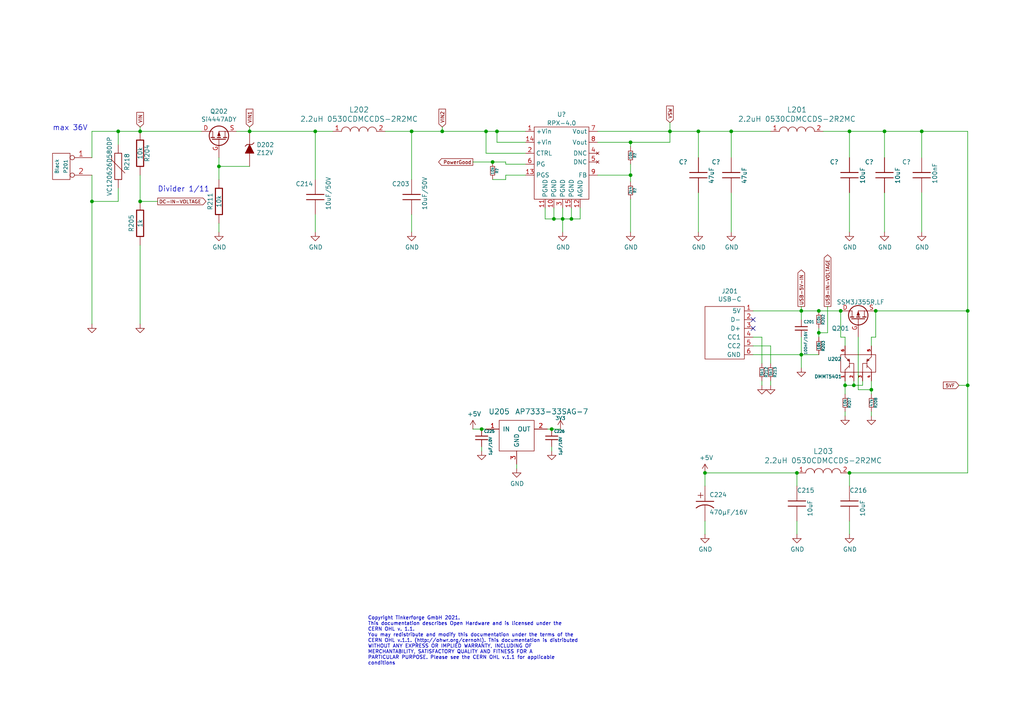
<source format=kicad_sch>
(kicad_sch (version 20211123) (generator eeschema)

  (uuid af08d41b-1720-42ea-9fb6-b9d9a1db218a)

  (paper "A4")

  (title_block
    (title "HAT Brick")
    (date "2023-05-10")
    (rev "1.8")
    (company "Tinkerforge GmbH")
    (comment 1 "Licensed under CERN OHL v.1.1")
    (comment 2 "Copyright (©) 2023, T.Schneidermann <tim@tinkerforge.com>")
  )

  (lib_symbols
    (symbol "tinkerforge:+5V" (power) (pin_names (offset 0)) (in_bom yes) (on_board yes)
      (property "Reference" "#PWR" (id 0) (at 0 -3.81 0)
        (effects (font (size 1.27 1.27)) hide)
      )
      (property "Value" "+5V" (id 1) (at 0 3.556 0)
        (effects (font (size 1.27 1.27)))
      )
      (property "Footprint" "" (id 2) (at 0 0 0)
        (effects (font (size 1.27 1.27)))
      )
      (property "Datasheet" "" (id 3) (at 0 0 0)
        (effects (font (size 1.27 1.27)))
      )
      (symbol "+5V_0_1"
        (polyline
          (pts
            (xy -0.762 1.27)
            (xy 0 2.54)
          )
          (stroke (width 0) (type default) (color 0 0 0 0))
          (fill (type none))
        )
        (polyline
          (pts
            (xy 0 0)
            (xy 0 2.54)
          )
          (stroke (width 0) (type default) (color 0 0 0 0))
          (fill (type none))
        )
        (polyline
          (pts
            (xy 0 2.54)
            (xy 0.762 1.27)
          )
          (stroke (width 0) (type default) (color 0 0 0 0))
          (fill (type none))
        )
      )
      (symbol "+5V_1_1"
        (pin power_in line (at 0 0 90) (length 0) hide
          (name "+5V" (effects (font (size 1.27 1.27))))
          (number "1" (effects (font (size 1.27 1.27))))
        )
      )
    )
    (symbol "tinkerforge:3V3" (power) (pin_names (offset 0)) (in_bom yes) (on_board yes)
      (property "Reference" "#PWR" (id 0) (at 0 -3.81 0)
        (effects (font (size 1.27 1.27)) hide)
      )
      (property "Value" "3V3" (id 1) (at 0 3.556 0)
        (effects (font (size 1.27 1.27)))
      )
      (property "Footprint" "" (id 2) (at 0 0 0)
        (effects (font (size 1.27 1.27)))
      )
      (property "Datasheet" "" (id 3) (at 0 0 0)
        (effects (font (size 1.27 1.27)))
      )
      (symbol "3V3_0_1"
        (polyline
          (pts
            (xy -0.762 1.27)
            (xy 0 2.54)
          )
          (stroke (width 0) (type default) (color 0 0 0 0))
          (fill (type none))
        )
        (polyline
          (pts
            (xy 0 0)
            (xy 0 2.54)
          )
          (stroke (width 0) (type default) (color 0 0 0 0))
          (fill (type none))
        )
        (polyline
          (pts
            (xy 0 2.54)
            (xy 0.762 1.27)
          )
          (stroke (width 0) (type default) (color 0 0 0 0))
          (fill (type none))
        )
      )
      (symbol "3V3_1_1"
        (pin power_in line (at 0 0 90) (length 0) hide
          (name "3V3" (effects (font (size 1.27 1.27))))
          (number "1" (effects (font (size 1.27 1.27))))
        )
      )
    )
    (symbol "tinkerforge:AP7333" (pin_names (offset 1.016)) (in_bom yes) (on_board yes)
      (property "Reference" "U" (id 0) (at -5.08 5.08 0)
        (effects (font (size 1.524 1.524)))
      )
      (property "Value" "AP7333" (id 1) (at 6.35 -7.62 0)
        (effects (font (size 1.524 1.524)))
      )
      (property "Footprint" "" (id 2) (at 0 0 0)
        (effects (font (size 1.524 1.524)))
      )
      (property "Datasheet" "" (id 3) (at 0 0 0)
        (effects (font (size 1.524 1.524)))
      )
      (symbol "AP7333_0_1"
        (rectangle (start -5.08 2.54) (end 5.08 -6.35)
          (stroke (width 0) (type default) (color 0 0 0 0))
          (fill (type none))
        )
      )
      (symbol "AP7333_1_1"
        (pin passive line (at -8.89 0 0) (length 3.81)
          (name "IN" (effects (font (size 1.27 1.27))))
          (number "1" (effects (font (size 1.27 1.27))))
        )
        (pin passive line (at 8.89 0 180) (length 3.81)
          (name "OUT" (effects (font (size 1.27 1.27))))
          (number "2" (effects (font (size 1.27 1.27))))
        )
        (pin passive line (at 0 -10.16 90) (length 3.81)
          (name "GND" (effects (font (size 1.27 1.27))))
          (number "3" (effects (font (size 1.27 1.27))))
        )
      )
    )
    (symbol "tinkerforge:C" (pin_numbers hide) (pin_names (offset 0.254)) (in_bom yes) (on_board yes)
      (property "Reference" "C" (id 0) (at 1.27 2.54 0)
        (effects (font (size 1.27 1.27)) (justify left))
      )
      (property "Value" "C" (id 1) (at 1.27 -2.54 0)
        (effects (font (size 1.27 1.27)) (justify left))
      )
      (property "Footprint" "" (id 2) (at 0 0 0)
        (effects (font (size 1.524 1.524)))
      )
      (property "Datasheet" "" (id 3) (at 0 0 0)
        (effects (font (size 1.524 1.524)))
      )
      (property "ki_fp_filters" "SM* C? C1-1" (id 4) (at 0 0 0)
        (effects (font (size 1.27 1.27)) hide)
      )
      (symbol "C_0_1"
        (polyline
          (pts
            (xy -2.54 -0.762)
            (xy 2.54 -0.762)
          )
          (stroke (width 0.254) (type default) (color 0 0 0 0))
          (fill (type none))
        )
        (polyline
          (pts
            (xy -2.54 0.762)
            (xy 2.54 0.762)
          )
          (stroke (width 0.254) (type default) (color 0 0 0 0))
          (fill (type none))
        )
      )
      (symbol "C_1_1"
        (pin passive line (at 0 5.08 270) (length 4.318)
          (name "~" (effects (font (size 1.016 1.016))))
          (number "1" (effects (font (size 1.016 1.016))))
        )
        (pin passive line (at 0 -5.08 90) (length 4.318)
          (name "~" (effects (font (size 1.016 1.016))))
          (number "2" (effects (font (size 1.016 1.016))))
        )
      )
    )
    (symbol "tinkerforge:CONN_2" (pin_names (offset 1.016) hide) (in_bom yes) (on_board yes)
      (property "Reference" "P" (id 0) (at -1.27 0 90)
        (effects (font (size 1.016 1.016)))
      )
      (property "Value" "CONN_2" (id 1) (at 1.27 0 90)
        (effects (font (size 1.016 1.016)))
      )
      (property "Footprint" "" (id 2) (at 0 0 0)
        (effects (font (size 1.524 1.524)))
      )
      (property "Datasheet" "" (id 3) (at 0 0 0)
        (effects (font (size 1.524 1.524)))
      )
      (symbol "CONN_2_0_1"
        (rectangle (start -2.54 3.81) (end 2.54 -3.81)
          (stroke (width 0) (type default) (color 0 0 0 0))
          (fill (type none))
        )
      )
      (symbol "CONN_2_1_1"
        (pin passive inverted (at -8.89 2.54 0) (length 6.35)
          (name "P1" (effects (font (size 1.524 1.524))))
          (number "1" (effects (font (size 1.524 1.524))))
        )
        (pin passive inverted (at -8.89 -2.54 0) (length 6.35)
          (name "PM" (effects (font (size 1.524 1.524))))
          (number "2" (effects (font (size 1.524 1.524))))
        )
      )
    )
    (symbol "tinkerforge:CP1" (pin_numbers hide) (pin_names (offset 0.254) hide) (in_bom yes) (on_board yes)
      (property "Reference" "C" (id 0) (at 1.27 2.54 0)
        (effects (font (size 1.27 1.27)) (justify left))
      )
      (property "Value" "CP1" (id 1) (at 1.27 -2.54 0)
        (effects (font (size 1.27 1.27)) (justify left))
      )
      (property "Footprint" "" (id 2) (at 0 0 0)
        (effects (font (size 1.524 1.524)))
      )
      (property "Datasheet" "" (id 3) (at 0 0 0)
        (effects (font (size 1.524 1.524)))
      )
      (property "ki_fp_filters" "CP* SM*" (id 4) (at 0 0 0)
        (effects (font (size 1.27 1.27)) hide)
      )
      (symbol "CP1_0_0"
        (text "+" (at -1.27 2.54 0)
          (effects (font (size 2.032 2.032)))
        )
      )
      (symbol "CP1_0_1"
        (polyline
          (pts
            (xy 0 1.27)
            (xy 0 0.762)
            (xy 0 0.762)
          )
          (stroke (width 0) (type default) (color 0 0 0 0))
          (fill (type none))
        )
        (polyline
          (pts
            (xy 2.54 0.635)
            (xy -2.54 0.635)
            (xy -2.54 0.635)
          )
          (stroke (width 0.254) (type default) (color 0 0 0 0))
          (fill (type none))
        )
        (arc (start 2.54 -1.27) (mid 0 -0.379) (end -2.54 -1.27)
          (stroke (width 0.254) (type default) (color 0 0 0 0))
          (fill (type none))
        )
      )
      (symbol "CP1_1_1"
        (pin passive line (at 0 5.08 270) (length 3.81)
          (name "~" (effects (font (size 1.016 1.016))))
          (number "1" (effects (font (size 1.016 1.016))))
        )
        (pin passive line (at 0 -5.08 90) (length 4.572)
          (name "~" (effects (font (size 1.016 1.016))))
          (number "2" (effects (font (size 1.016 1.016))))
        )
      )
    )
    (symbol "tinkerforge:Cs" (pin_numbers hide) (pin_names (offset 0.254)) (in_bom yes) (on_board yes)
      (property "Reference" "C" (id 0) (at 0.635 1.905 0)
        (effects (font (size 0.7874 0.7874)) (justify left))
      )
      (property "Value" "Cs" (id 1) (at 0.635 -1.905 0)
        (effects (font (size 0.7874 0.7874)) (justify left))
      )
      (property "Footprint" "" (id 2) (at 0 0 0)
        (effects (font (size 1.524 1.524)))
      )
      (property "Datasheet" "" (id 3) (at 0 0 0)
        (effects (font (size 1.524 1.524)))
      )
      (property "ki_fp_filters" "SM* C? C1-1" (id 4) (at 0 0 0)
        (effects (font (size 1.27 1.27)) hide)
      )
      (symbol "Cs_0_1"
        (polyline
          (pts
            (xy -1.778 -0.508)
            (xy 1.778 -0.508)
          )
          (stroke (width 0.254) (type default) (color 0 0 0 0))
          (fill (type none))
        )
        (polyline
          (pts
            (xy -1.778 0.508)
            (xy 1.778 0.508)
          )
          (stroke (width 0.254) (type default) (color 0 0 0 0))
          (fill (type none))
        )
      )
      (symbol "Cs_1_1"
        (pin passive line (at 0 2.54 270) (length 2.0066)
          (name "~" (effects (font (size 1.016 1.016))))
          (number "1" (effects (font (size 1.016 1.016))))
        )
        (pin passive line (at 0 -2.54 90) (length 2.0066)
          (name "~" (effects (font (size 1.016 1.016))))
          (number "2" (effects (font (size 1.016 1.016))))
        )
      )
    )
    (symbol "tinkerforge:DMMT5401" (pin_names (offset 1.016)) (in_bom yes) (on_board yes)
      (property "Reference" "U" (id 0) (at 6.35 2.54 0)
        (effects (font (size 0.9906 0.9906)))
      )
      (property "Value" "DMMT5401" (id 1) (at 8.255 -2.54 0)
        (effects (font (size 0.9906 0.9906)))
      )
      (property "Footprint" "" (id 2) (at 0 0 0)
        (effects (font (size 0.9906 0.9906)) hide)
      )
      (property "Datasheet" "" (id 3) (at 0 0 0)
        (effects (font (size 0.9906 0.9906)) hide)
      )
      (symbol "DMMT5401_0_0"
        (pin passive line (at -3.81 -3.81 90) (length 2.54)
          (name "~" (effects (font (size 0.762 0.762))))
          (number "1" (effects (font (size 0.762 0.762))))
        )
        (pin passive line (at -1.27 -3.81 90) (length 2.54)
          (name "~" (effects (font (size 0.762 0.762))))
          (number "2" (effects (font (size 0.762 0.762))))
        )
        (pin passive line (at 1.27 -3.81 90) (length 2.54)
          (name "~" (effects (font (size 0.762 0.762))))
          (number "3" (effects (font (size 0.762 0.762))))
        )
        (pin passive line (at 3.81 -3.81 90) (length 2.54)
          (name "~" (effects (font (size 0.762 0.762))))
          (number "4" (effects (font (size 0.762 0.762))))
        )
        (pin passive line (at 3.81 6.35 270) (length 2.54)
          (name "~" (effects (font (size 0.762 0.762))))
          (number "5" (effects (font (size 0.762 0.762))))
        )
        (pin passive line (at -3.81 6.35 270) (length 2.54)
          (name "~" (effects (font (size 0.762 0.762))))
          (number "6" (effects (font (size 0.762 0.762))))
        )
      )
      (symbol "DMMT5401_0_1"
        (rectangle (start -5.08 3.81) (end 5.08 -1.27)
          (stroke (width 0) (type default) (color 0 0 0 0))
          (fill (type none))
        )
        (polyline
          (pts
            (xy -3.81 -0.635)
            (xy -3.81 -1.27)
          )
          (stroke (width 0) (type default) (color 0 0 0 0))
          (fill (type none))
        )
        (polyline
          (pts
            (xy -3.81 3.81)
            (xy -3.81 3.175)
          )
          (stroke (width 0) (type default) (color 0 0 0 0))
          (fill (type none))
        )
        (polyline
          (pts
            (xy -2.54 0)
            (xy -2.54 2.54)
          )
          (stroke (width 0) (type default) (color 0 0 0 0))
          (fill (type none))
        )
        (polyline
          (pts
            (xy -2.54 0.635)
            (xy -3.81 -0.635)
          )
          (stroke (width 0) (type default) (color 0 0 0 0))
          (fill (type none))
        )
        (polyline
          (pts
            (xy -2.54 1.905)
            (xy -3.81 3.175)
          )
          (stroke (width 0) (type default) (color 0 0 0 0))
          (fill (type none))
        )
        (polyline
          (pts
            (xy 2.54 0.635)
            (xy 3.81 -0.635)
          )
          (stroke (width 0) (type default) (color 0 0 0 0))
          (fill (type none))
        )
        (polyline
          (pts
            (xy 2.54 1.905)
            (xy 3.81 3.175)
          )
          (stroke (width 0) (type default) (color 0 0 0 0))
          (fill (type none))
        )
        (polyline
          (pts
            (xy 2.54 2.54)
            (xy 2.54 0)
          )
          (stroke (width 0) (type default) (color 0 0 0 0))
          (fill (type none))
        )
        (polyline
          (pts
            (xy 3.81 -1.27)
            (xy 3.81 -0.635)
          )
          (stroke (width 0) (type default) (color 0 0 0 0))
          (fill (type none))
        )
        (polyline
          (pts
            (xy 3.81 3.81)
            (xy 3.81 3.175)
          )
          (stroke (width 0) (type default) (color 0 0 0 0))
          (fill (type none))
        )
        (polyline
          (pts
            (xy -2.54 1.27)
            (xy -1.27 1.27)
            (xy -1.27 -1.27)
          )
          (stroke (width 0) (type default) (color 0 0 0 0))
          (fill (type none))
        )
        (polyline
          (pts
            (xy 2.54 1.27)
            (xy 1.27 1.27)
            (xy 1.27 -1.27)
          )
          (stroke (width 0) (type default) (color 0 0 0 0))
          (fill (type none))
        )
        (polyline
          (pts
            (xy -2.54 2.032)
            (xy -2.794 2.54)
            (xy -3.175 2.159)
            (xy -2.54 1.905)
          )
          (stroke (width 0) (type default) (color 0 0 0 0))
          (fill (type none))
        )
        (polyline
          (pts
            (xy 2.54 1.905)
            (xy 2.794 2.54)
            (xy 3.175 2.159)
            (xy 2.54 1.905)
          )
          (stroke (width 0) (type default) (color 0 0 0 0))
          (fill (type none))
        )
      )
    )
    (symbol "tinkerforge:GND" (power) (pin_names (offset 0)) (in_bom yes) (on_board yes)
      (property "Reference" "#PWR" (id 0) (at 0 -6.35 0)
        (effects (font (size 1.27 1.27)) hide)
      )
      (property "Value" "GND" (id 1) (at 0 -5.08 0)
        (effects (font (size 1.27 1.27)))
      )
      (property "Footprint" "" (id 2) (at 0 0 0)
        (effects (font (size 1.27 1.27)))
      )
      (property "Datasheet" "" (id 3) (at 0 0 0)
        (effects (font (size 1.27 1.27)))
      )
      (symbol "GND_0_1"
        (polyline
          (pts
            (xy 0 0)
            (xy 0 -1.27)
            (xy 1.27 -1.27)
            (xy 0 -2.54)
            (xy -1.27 -1.27)
            (xy 0 -1.27)
          )
          (stroke (width 0) (type default) (color 0 0 0 0))
          (fill (type none))
        )
      )
      (symbol "GND_1_1"
        (pin power_in line (at 0 0 270) (length 0) hide
          (name "GND" (effects (font (size 1.27 1.27))))
          (number "1" (effects (font (size 1.27 1.27))))
        )
      )
    )
    (symbol "tinkerforge:INDUCTOR" (pin_names (offset 1.016)) (in_bom yes) (on_board yes)
      (property "Reference" "L" (id 0) (at 0 2.54 0)
        (effects (font (size 1.524 1.524)))
      )
      (property "Value" "INDUCTOR" (id 1) (at 0 -2.54 0)
        (effects (font (size 1.524 1.524)))
      )
      (property "Footprint" "" (id 2) (at 0 0 0)
        (effects (font (size 1.524 1.524)) hide)
      )
      (property "Datasheet" "" (id 3) (at 0 0 0)
        (effects (font (size 1.524 1.524)) hide)
      )
      (symbol "INDUCTOR_0_1"
        (arc (start -2.54 0) (mid -3.81 1.27) (end -5.08 0)
          (stroke (width 0) (type default) (color 0 0 0 0))
          (fill (type none))
        )
        (arc (start 0 0) (mid -1.27 1.27) (end -2.54 0)
          (stroke (width 0) (type default) (color 0 0 0 0))
          (fill (type none))
        )
        (arc (start 2.54 0) (mid 1.27 1.27) (end 0 0)
          (stroke (width 0) (type default) (color 0 0 0 0))
          (fill (type none))
        )
        (arc (start 5.08 0) (mid 3.81 1.27) (end 2.54 0)
          (stroke (width 0) (type default) (color 0 0 0 0))
          (fill (type none))
        )
      )
      (symbol "INDUCTOR_1_1"
        (pin input line (at -7.62 0 0) (length 2.54)
          (name "~" (effects (font (size 1.27 1.27))))
          (number "1" (effects (font (size 1.27 1.27))))
        )
        (pin input line (at 7.62 0 180) (length 2.54)
          (name "~" (effects (font (size 1.27 1.27))))
          (number "2" (effects (font (size 1.27 1.27))))
        )
      )
    )
    (symbol "tinkerforge:MOSFET_P_CH" (pin_names (offset 0) hide) (in_bom yes) (on_board yes)
      (property "Reference" "Q" (id 0) (at 7.62 1.27 0)
        (effects (font (size 1.27 1.27)) (justify right))
      )
      (property "Value" "MOSFET_P_CH" (id 1) (at 16.51 -1.27 0)
        (effects (font (size 1.27 1.27)) (justify right))
      )
      (property "Footprint" "" (id 2) (at 5.08 2.54 0)
        (effects (font (size 1.27 1.27)))
      )
      (property "Datasheet" "" (id 3) (at 0 0 0)
        (effects (font (size 1.27 1.27)))
      )
      (property "ki_keywords" "pmos p-mos p-mosfet transistor" (id 4) (at 0 0 0)
        (effects (font (size 1.27 1.27)) hide)
      )
      (property "ki_description" "Transistor P-MOSFET (general)" (id 5) (at 0 0 0)
        (effects (font (size 1.27 1.27)) hide)
      )
      (symbol "MOSFET_P_CH_0_1"
        (polyline
          (pts
            (xy 0.762 -1.778)
            (xy 2.54 -1.778)
          )
          (stroke (width 0) (type default) (color 0 0 0 0))
          (fill (type none))
        )
        (polyline
          (pts
            (xy 0.762 -1.27)
            (xy 0.762 -2.286)
          )
          (stroke (width 0.254) (type default) (color 0 0 0 0))
          (fill (type none))
        )
        (polyline
          (pts
            (xy 0.762 0)
            (xy 2.54 0)
          )
          (stroke (width 0) (type default) (color 0 0 0 0))
          (fill (type none))
        )
        (polyline
          (pts
            (xy 0.762 0.508)
            (xy 0.762 -0.508)
          )
          (stroke (width 0.254) (type default) (color 0 0 0 0))
          (fill (type none))
        )
        (polyline
          (pts
            (xy 0.762 1.778)
            (xy 2.54 1.778)
          )
          (stroke (width 0) (type default) (color 0 0 0 0))
          (fill (type none))
        )
        (polyline
          (pts
            (xy 0.762 2.286)
            (xy 0.762 1.27)
          )
          (stroke (width 0.254) (type default) (color 0 0 0 0))
          (fill (type none))
        )
        (polyline
          (pts
            (xy 2.54 -1.778)
            (xy 2.54 -2.54)
          )
          (stroke (width 0) (type default) (color 0 0 0 0))
          (fill (type none))
        )
        (polyline
          (pts
            (xy 2.54 -1.778)
            (xy 2.54 0)
          )
          (stroke (width 0) (type default) (color 0 0 0 0))
          (fill (type none))
        )
        (polyline
          (pts
            (xy 2.54 2.54)
            (xy 2.54 1.778)
          )
          (stroke (width 0) (type default) (color 0 0 0 0))
          (fill (type none))
        )
        (polyline
          (pts
            (xy 0.254 1.905)
            (xy 0.254 -1.905)
            (xy 0.254 -1.905)
          )
          (stroke (width 0.254) (type default) (color 0 0 0 0))
          (fill (type none))
        )
        (polyline
          (pts
            (xy 2.286 0)
            (xy 1.27 -0.381)
            (xy 1.27 0.381)
            (xy 2.286 0)
          )
          (stroke (width 0) (type default) (color 0 0 0 0))
          (fill (type outline))
        )
        (circle (center 1.27 0) (radius 2.8194)
          (stroke (width 0.254) (type default) (color 0 0 0 0))
          (fill (type none))
        )
      )
      (symbol "MOSFET_P_CH_1_1"
        (pin passive line (at 2.54 5.08 270) (length 2.54)
          (name "D" (effects (font (size 1.27 1.27))))
          (number "D" (effects (font (size 1.27 1.27))))
        )
        (pin input line (at -5.08 0 0) (length 5.334)
          (name "G" (effects (font (size 1.27 1.27))))
          (number "G" (effects (font (size 1.27 1.27))))
        )
        (pin passive line (at 2.54 -5.08 90) (length 2.54)
          (name "S" (effects (font (size 1.27 1.27))))
          (number "S" (effects (font (size 1.27 1.27))))
        )
      )
    )
    (symbol "tinkerforge:R" (pin_numbers hide) (pin_names (offset 0)) (in_bom yes) (on_board yes)
      (property "Reference" "R" (id 0) (at 2.032 0 90)
        (effects (font (size 1.27 1.27)))
      )
      (property "Value" "R" (id 1) (at 0 0 90)
        (effects (font (size 1.27 1.27)))
      )
      (property "Footprint" "" (id 2) (at 0 0 0)
        (effects (font (size 1.524 1.524)))
      )
      (property "Datasheet" "" (id 3) (at 0 0 0)
        (effects (font (size 1.524 1.524)))
      )
      (property "ki_fp_filters" "R? SM0603 SM0805 R?-*" (id 4) (at 0 0 0)
        (effects (font (size 1.27 1.27)) hide)
      )
      (symbol "R_0_1"
        (rectangle (start -1.016 3.81) (end 1.016 -3.81)
          (stroke (width 0.3048) (type default) (color 0 0 0 0))
          (fill (type none))
        )
      )
      (symbol "R_1_1"
        (pin passive line (at 0 6.35 270) (length 2.54)
          (name "~" (effects (font (size 1.524 1.524))))
          (number "1" (effects (font (size 1.524 1.524))))
        )
        (pin passive line (at 0 -6.35 90) (length 2.54)
          (name "~" (effects (font (size 1.524 1.524))))
          (number "2" (effects (font (size 1.524 1.524))))
        )
      )
    )
    (symbol "tinkerforge:RPX-4.0" (in_bom yes) (on_board yes)
      (property "Reference" "U" (id 0) (at 0 12.7 0)
        (effects (font (size 1.27 1.27)))
      )
      (property "Value" "RPX-4.0" (id 1) (at 0 10.795 0)
        (effects (font (size 1.27 1.27)))
      )
      (property "Footprint" "" (id 2) (at -6.985 5.715 0)
        (effects (font (size 1.27 1.27)) hide)
      )
      (property "Datasheet" "" (id 3) (at -6.985 5.715 0)
        (effects (font (size 1.27 1.27)) hide)
      )
      (symbol "RPX-4.0_0_1"
        (rectangle (start -8.255 9.525) (end 7.62 -11.43)
          (stroke (width 0.1524) (type default) (color 0 0 0 0))
          (fill (type none))
        )
      )
      (symbol "RPX-4.0_1_1"
        (pin input line (at -10.795 8.255 0) (length 2.54)
          (name "+Vin" (effects (font (size 1.27 1.27))))
          (number "1" (effects (font (size 1.27 1.27))))
        )
        (pin input line (at -2.54 -13.97 90) (length 2.54)
          (name "PGND" (effects (font (size 1.27 1.27))))
          (number "10" (effects (font (size 1.27 1.27))))
        )
        (pin input line (at -5.08 -13.97 90) (length 2.54)
          (name "PGND" (effects (font (size 1.27 1.27))))
          (number "11" (effects (font (size 1.27 1.27))))
        )
        (pin input line (at 5.08 -13.97 90) (length 2.54)
          (name "AGND" (effects (font (size 1.27 1.27))))
          (number "12" (effects (font (size 1.27 1.27))))
        )
        (pin input line (at -10.795 -4.445 0) (length 2.54)
          (name "PGS" (effects (font (size 1.27 1.27))))
          (number "13" (effects (font (size 1.27 1.27))))
        )
        (pin input line (at -10.795 5.08 0) (length 2.54)
          (name "+Vin" (effects (font (size 1.27 1.27))))
          (number "14" (effects (font (size 1.27 1.27))))
        )
        (pin input line (at 2.54 -13.97 90) (length 2.54)
          (name "PGND" (effects (font (size 1.27 1.27))))
          (number "15" (effects (font (size 1.27 1.27))))
        )
        (pin input line (at -10.795 1.905 0) (length 2.54)
          (name "CTRL" (effects (font (size 1.27 1.27))))
          (number "2" (effects (font (size 1.27 1.27))))
        )
        (pin input line (at 0 -13.97 90) (length 2.54)
          (name "PGND" (effects (font (size 1.27 1.27))))
          (number "3" (effects (font (size 1.27 1.27))))
        )
        (pin no_connect line (at 10.16 1.905 180) (length 2.54)
          (name "DNC" (effects (font (size 1.27 1.27))))
          (number "4" (effects (font (size 1.27 1.27))))
        )
        (pin no_connect line (at 10.16 -0.635 180) (length 2.54)
          (name "DNC" (effects (font (size 1.27 1.27))))
          (number "5" (effects (font (size 1.27 1.27))))
        )
        (pin input line (at -10.795 -1.27 0) (length 2.54)
          (name "PG" (effects (font (size 1.27 1.27))))
          (number "6" (effects (font (size 1.27 1.27))))
        )
        (pin input line (at 10.16 8.255 180) (length 2.54)
          (name "Vout" (effects (font (size 1.27 1.27))))
          (number "7" (effects (font (size 1.27 1.27))))
        )
        (pin input line (at 10.16 5.08 180) (length 2.54)
          (name "Vout" (effects (font (size 1.27 1.27))))
          (number "8" (effects (font (size 1.27 1.27))))
        )
        (pin input line (at 10.16 -4.445 180) (length 2.54)
          (name "FB" (effects (font (size 1.27 1.27))))
          (number "9" (effects (font (size 1.27 1.27))))
        )
      )
    )
    (symbol "tinkerforge:Rs" (pin_numbers hide) (pin_names (offset 0)) (in_bom yes) (on_board yes)
      (property "Reference" "R" (id 0) (at 1.27 0 90)
        (effects (font (size 0.7874 0.7874)))
      )
      (property "Value" "Rs" (id 1) (at 0 0 90)
        (effects (font (size 0.7874 0.7874)))
      )
      (property "Footprint" "" (id 2) (at 0 0 0)
        (effects (font (size 1.524 1.524)))
      )
      (property "Datasheet" "" (id 3) (at 0 0 0)
        (effects (font (size 1.524 1.524)))
      )
      (property "ki_fp_filters" "R? SM0603 SM0805 R?-*" (id 4) (at 0 0 0)
        (effects (font (size 1.27 1.27)) hide)
      )
      (symbol "Rs_0_1"
        (rectangle (start -0.635 1.27) (end 0.635 -1.27)
          (stroke (width 0) (type default) (color 0 0 0 0))
          (fill (type none))
        )
      )
      (symbol "Rs_1_1"
        (pin passive line (at 0 2.54 270) (length 1.27)
          (name "~" (effects (font (size 1.524 1.524))))
          (number "1" (effects (font (size 1.524 1.524))))
        )
        (pin passive line (at 0 -2.54 90) (length 1.27)
          (name "~" (effects (font (size 1.524 1.524))))
          (number "2" (effects (font (size 1.524 1.524))))
        )
      )
    )
    (symbol "tinkerforge:USB-C" (pin_names (offset 1.016)) (in_bom yes) (on_board yes)
      (property "Reference" "J" (id 0) (at -3.81 8.89 0)
        (effects (font (size 1.27 1.27)))
      )
      (property "Value" "USB-C" (id 1) (at 5.08 0 90)
        (effects (font (size 1.27 1.27)))
      )
      (property "Footprint" "" (id 2) (at 0 0 0)
        (effects (font (size 1.27 1.27)) hide)
      )
      (property "Datasheet" "" (id 3) (at 0 0 0)
        (effects (font (size 1.27 1.27)) hide)
      )
      (symbol "USB-C_0_1"
        (rectangle (start -5.08 7.62) (end 6.35 -7.62)
          (stroke (width 0) (type default) (color 0 0 0 0))
          (fill (type none))
        )
      )
      (symbol "USB-C_1_1"
        (pin passive line (at -7.62 6.35 0) (length 2.54)
          (name "5V" (effects (font (size 1.27 1.27))))
          (number "1" (effects (font (size 1.27 1.27))))
        )
        (pin passive line (at -7.62 3.81 0) (length 2.54)
          (name "D-" (effects (font (size 1.27 1.27))))
          (number "2" (effects (font (size 1.27 1.27))))
        )
        (pin passive line (at -7.62 1.27 0) (length 2.54)
          (name "D+" (effects (font (size 1.27 1.27))))
          (number "3" (effects (font (size 1.27 1.27))))
        )
        (pin passive line (at -7.62 -1.27 0) (length 2.54)
          (name "CC1" (effects (font (size 1.27 1.27))))
          (number "4" (effects (font (size 1.27 1.27))))
        )
        (pin passive line (at -7.62 -3.81 0) (length 2.54)
          (name "CC2" (effects (font (size 1.27 1.27))))
          (number "5" (effects (font (size 1.27 1.27))))
        )
        (pin passive line (at -7.62 -6.35 0) (length 2.54)
          (name "GND" (effects (font (size 1.27 1.27))))
          (number "6" (effects (font (size 1.27 1.27))))
        )
      )
    )
    (symbol "tinkerforge:Varistor" (pin_numbers hide) (pin_names (offset 0)) (in_bom yes) (on_board yes)
      (property "Reference" "R" (id 0) (at 2.54 1.27 90)
        (effects (font (size 1.27 1.27)))
      )
      (property "Value" "Varistor" (id 1) (at -2.54 0 90)
        (effects (font (size 1.27 1.27)))
      )
      (property "Footprint" "" (id 2) (at 0 0 0)
        (effects (font (size 1.524 1.524)))
      )
      (property "Datasheet" "" (id 3) (at 0 0 0)
        (effects (font (size 1.524 1.524)))
      )
      (property "ki_fp_filters" "R? SM0603 SM0805" (id 4) (at 0 0 0)
        (effects (font (size 1.27 1.27)) hide)
      )
      (symbol "Varistor_0_1"
        (rectangle (start -1.016 3.81) (end 1.016 -3.81)
          (stroke (width 0.2032) (type default) (color 0 0 0 0))
          (fill (type none))
        )
        (polyline
          (pts
            (xy -1.905 3.175)
            (xy -1.905 1.905)
            (xy 1.905 -1.905)
            (xy 1.9304 -1.9304)
          )
          (stroke (width 0) (type default) (color 0 0 0 0))
          (fill (type none))
        )
      )
      (symbol "Varistor_1_1"
        (pin passive line (at 0 6.35 270) (length 2.54)
          (name "~" (effects (font (size 1.524 1.524))))
          (number "1" (effects (font (size 1.524 1.524))))
        )
        (pin passive line (at 0 -6.35 90) (length 2.54)
          (name "~" (effects (font (size 1.524 1.524))))
          (number "2" (effects (font (size 1.524 1.524))))
        )
      )
    )
    (symbol "tinkerforge:ZENER" (pin_numbers hide) (pin_names (offset 1.016) hide) (in_bom yes) (on_board yes)
      (property "Reference" "D" (id 0) (at 0 2.54 0)
        (effects (font (size 1.27 1.27)))
      )
      (property "Value" "ZENER" (id 1) (at 0 -2.54 0)
        (effects (font (size 1.27 1.27)))
      )
      (property "Footprint" "" (id 2) (at 0 0 0)
        (effects (font (size 1.27 1.27)))
      )
      (property "Datasheet" "" (id 3) (at 0 0 0)
        (effects (font (size 1.27 1.27)))
      )
      (property "ki_keywords" "DEV DIODE" (id 4) (at 0 0 0)
        (effects (font (size 1.27 1.27)) hide)
      )
      (property "ki_description" "Diode zener" (id 5) (at 0 0 0)
        (effects (font (size 1.27 1.27)) hide)
      )
      (property "ki_fp_filters" "D? SO* SM*" (id 6) (at 0 0 0)
        (effects (font (size 1.27 1.27)) hide)
      )
      (symbol "ZENER_0_1"
        (polyline
          (pts
            (xy -1.778 1.27)
            (xy -1.27 0.762)
            (xy -1.27 -0.762)
            (xy -0.762 -1.27)
            (xy -0.762 -1.27)
          )
          (stroke (width 0.2032) (type default) (color 0 0 0 0))
          (fill (type none))
        )
        (polyline
          (pts
            (xy -1.27 0)
            (xy 1.27 1.27)
            (xy 1.27 -1.27)
            (xy -1.27 0)
            (xy -1.27 0)
          )
          (stroke (width 0) (type default) (color 0 0 0 0))
          (fill (type outline))
        )
      )
      (symbol "ZENER_1_1"
        (pin passive line (at 5.08 0 180) (length 3.81)
          (name "A" (effects (font (size 1.27 1.27))))
          (number "1" (effects (font (size 1.27 1.27))))
        )
        (pin passive line (at -5.08 0 0) (length 3.81)
          (name "K" (effects (font (size 1.27 1.27))))
          (number "2" (effects (font (size 1.27 1.27))))
        )
      )
    )
  )

  (junction (at 254 90.17) (diameter 0) (color 0 0 0 0)
    (uuid 015cc4f8-20d8-41e3-b0de-f0f1bbe7d7d6)
  )
  (junction (at 165.735 63.5) (diameter 0) (color 0 0 0 0)
    (uuid 07de8e2d-4fa8-42a9-8bb1-33a188a49661)
  )
  (junction (at 119.38 38.1) (diameter 0) (color 0 0 0 0)
    (uuid 0de688a6-fdf3-4142-911c-066ce7ed8b29)
  )
  (junction (at 40.64 58.42) (diameter 0) (color 0 0 0 0)
    (uuid 1948997e-eb07-42ac-a7bb-38852532fb9c)
  )
  (junction (at 256.54 38.1) (diameter 0) (color 0 0 0 0)
    (uuid 1fd05df5-09a6-4b56-884a-77c98a7c805a)
  )
  (junction (at 163.195 63.5) (diameter 0) (color 0 0 0 0)
    (uuid 222ceb29-c20f-4133-9a9d-bb16c3227970)
  )
  (junction (at 243.84 90.17) (diameter 0) (color 0 0 0 0)
    (uuid 27399461-9280-409b-82d6-adee7fb7e8dd)
  )
  (junction (at 267.335 38.1) (diameter 0) (color 0 0 0 0)
    (uuid 3f9f691e-2de2-474e-a5b7-75839a6320fd)
  )
  (junction (at 202.565 38.1) (diameter 0) (color 0 0 0 0)
    (uuid 419b2cc7-11c0-44e9-9568-83cabdd0d775)
  )
  (junction (at 246.38 38.1) (diameter 0) (color 0 0 0 0)
    (uuid 434e3d5b-4c25-4802-b904-c293b8eb2abf)
  )
  (junction (at 237.49 96.52) (diameter 0) (color 0 0 0 0)
    (uuid 477c3bc4-eb2d-4ea4-9939-8c6fb0e42eb5)
  )
  (junction (at 63.5 48.26) (diameter 0) (color 0 0 0 0)
    (uuid 55dddc63-dbf0-481a-8d6e-abf6e6e2702f)
  )
  (junction (at 212.09 38.1) (diameter 0) (color 0 0 0 0)
    (uuid 585201bf-7879-4bd6-9f90-a75bb2d96c80)
  )
  (junction (at 26.67 58.42) (diameter 0) (color 0 0 0 0)
    (uuid 62696a80-c83f-490d-b354-286ec23fe674)
  )
  (junction (at 245.11 111.76) (diameter 0) (color 0 0 0 0)
    (uuid 6908e85a-9edc-4ca7-a0f4-4f68bca5f546)
  )
  (junction (at 140.97 38.1) (diameter 0) (color 0 0 0 0)
    (uuid 6c595cc4-25ed-4836-8834-96cad33d2af0)
  )
  (junction (at 40.64 38.1) (diameter 0) (color 0 0 0 0)
    (uuid 7282c69b-8c8f-4a7a-8eb0-f66ef583c958)
  )
  (junction (at 144.145 38.1) (diameter 0) (color 0 0 0 0)
    (uuid 7595366f-6e15-4f8d-9d2e-a63648536ce9)
  )
  (junction (at 139.7 124.46) (diameter 0) (color 0 0 0 0)
    (uuid 7815ff5e-1d68-4056-a389-fd2ea73e1eba)
  )
  (junction (at 142.875 46.99) (diameter 0) (color 0 0 0 0)
    (uuid 7b74ee6c-00c4-430f-acf6-0cf441edaf9e)
  )
  (junction (at 232.41 102.87) (diameter 0) (color 0 0 0 0)
    (uuid 806bd845-98de-450a-b9f6-45a9ac729019)
  )
  (junction (at 182.88 50.8) (diameter 0) (color 0 0 0 0)
    (uuid 813c5993-9ae8-4176-8bca-e2c984813be3)
  )
  (junction (at 72.39 38.1) (diameter 0) (color 0 0 0 0)
    (uuid 89302589-1b0e-4a88-90a9-3aae78ecb26d)
  )
  (junction (at 34.29 38.1) (diameter 0) (color 0 0 0 0)
    (uuid 8c630ee8-3d5d-41ac-8b8b-c85d6c6fa4b4)
  )
  (junction (at 204.47 137.16) (diameter 0) (color 0 0 0 0)
    (uuid 8d86e20a-319b-44c3-9fb8-a2ff252b450c)
  )
  (junction (at 280.67 111.76) (diameter 0) (color 0 0 0 0)
    (uuid 8e59311e-e043-4ba9-9019-939f6635e672)
  )
  (junction (at 194.31 38.1) (diameter 0) (color 0 0 0 0)
    (uuid 8fa1ef25-7071-408e-aa3c-ee5d263deea8)
  )
  (junction (at 246.38 137.16) (diameter 0) (color 0 0 0 0)
    (uuid 974d03a4-4f41-403d-9a5f-776f53024ef9)
  )
  (junction (at 160.02 124.46) (diameter 0) (color 0 0 0 0)
    (uuid a6418436-1670-4900-8bfe-27c20d9fc05c)
  )
  (junction (at 280.67 90.17) (diameter 0) (color 0 0 0 0)
    (uuid aaca8ea6-22d4-40f8-be2d-cd8ee953eaf9)
  )
  (junction (at 237.49 90.17) (diameter 0) (color 0 0 0 0)
    (uuid c05802b6-3e6d-41bc-a073-4dde012cd8b4)
  )
  (junction (at 160.655 63.5) (diameter 0) (color 0 0 0 0)
    (uuid ce4e0c1d-ff1f-4186-8da9-21cc04f744a4)
  )
  (junction (at 182.88 41.275) (diameter 0) (color 0 0 0 0)
    (uuid ce575a04-3245-4f82-8f99-7937f444741c)
  )
  (junction (at 231.14 137.16) (diameter 0) (color 0 0 0 0)
    (uuid d045767b-af43-4c6d-a976-b6b146fb2d71)
  )
  (junction (at 247.65 111.76) (diameter 0) (color 0 0 0 0)
    (uuid d0b75bb6-6b63-42d9-87e8-99e2751f79d3)
  )
  (junction (at 91.44 38.1) (diameter 0) (color 0 0 0 0)
    (uuid d1e3801b-6b47-4475-be04-dd6d92b7299c)
  )
  (junction (at 128.27 38.1) (diameter 0) (color 0 0 0 0)
    (uuid d7426ec3-3ea4-41a6-aa29-4db703f7032f)
  )
  (junction (at 252.73 113.03) (diameter 0) (color 0 0 0 0)
    (uuid f05263f8-de26-4a58-a2a2-1d44f36bc576)
  )
  (junction (at 232.41 90.17) (diameter 0) (color 0 0 0 0)
    (uuid fad3850b-894f-4794-ae66-ea41323153ca)
  )

  (no_connect (at 218.44 95.25) (uuid 72bdcc23-231c-4fe9-9cfe-a2d0cdd97a7b))
  (no_connect (at 218.44 92.71) (uuid a38df371-2df2-4d16-99b1-2a86d291b3c0))

  (wire (pts (xy 237.49 90.17) (xy 243.84 90.17))
    (stroke (width 0) (type default) (color 0 0 0 0))
    (uuid 005aec32-118e-4553-b349-5b6765874e35)
  )
  (wire (pts (xy 243.84 97.79) (xy 243.84 90.17))
    (stroke (width 0) (type default) (color 0 0 0 0))
    (uuid 02102e1e-c951-4491-8c8f-d18b483c6c6a)
  )
  (wire (pts (xy 240.03 88.9) (xy 240.03 96.52))
    (stroke (width 0) (type default) (color 0 0 0 0))
    (uuid 05a5c2b7-ec98-4192-8174-bf7845e65b66)
  )
  (wire (pts (xy 128.27 36.83) (xy 128.27 38.1))
    (stroke (width 0) (type default) (color 0 0 0 0))
    (uuid 06d34ce3-5b9e-44d2-afe5-a082431a0cdb)
  )
  (wire (pts (xy 232.41 102.87) (xy 232.41 106.68))
    (stroke (width 0) (type default) (color 0 0 0 0))
    (uuid 0ef25930-e3bd-4469-b469-df34cb58c929)
  )
  (wire (pts (xy 140.97 44.45) (xy 140.97 38.1))
    (stroke (width 0) (type default) (color 0 0 0 0))
    (uuid 15364cf0-7603-41f2-8ddb-14d6d9cb4b5a)
  )
  (wire (pts (xy 111.76 38.1) (xy 119.38 38.1))
    (stroke (width 0) (type default) (color 0 0 0 0))
    (uuid 1574a03c-3c5b-4756-8982-0772247a4bcc)
  )
  (wire (pts (xy 182.88 50.8) (xy 173.355 50.8))
    (stroke (width 0) (type default) (color 0 0 0 0))
    (uuid 164349af-230f-483c-95b1-235987306ee8)
  )
  (wire (pts (xy 158.115 63.5) (xy 160.655 63.5))
    (stroke (width 0) (type default) (color 0 0 0 0))
    (uuid 16e9998d-67bd-431a-8657-8ccc74f1558a)
  )
  (wire (pts (xy 119.38 67.31) (xy 119.38 62.23))
    (stroke (width 0) (type default) (color 0 0 0 0))
    (uuid 18872249-1a2e-49f3-bdc1-da4a20d01c78)
  )
  (wire (pts (xy 72.39 38.1) (xy 72.39 36.83))
    (stroke (width 0) (type default) (color 0 0 0 0))
    (uuid 1adbb4fe-a0b4-479d-ba1d-06aa090ea9d2)
  )
  (wire (pts (xy 146.685 47.625) (xy 146.685 46.99))
    (stroke (width 0) (type default) (color 0 0 0 0))
    (uuid 1b2d1b33-95f8-48db-b2bb-78cbc5258bd0)
  )
  (wire (pts (xy 248.92 113.03) (xy 252.73 113.03))
    (stroke (width 0) (type default) (color 0 0 0 0))
    (uuid 1cc2e243-6e65-408b-8be9-e804ff717ab1)
  )
  (wire (pts (xy 140.97 38.1) (xy 144.145 38.1))
    (stroke (width 0) (type default) (color 0 0 0 0))
    (uuid 1f16b5c0-e56d-4bd5-9ea9-094c36e52d15)
  )
  (wire (pts (xy 256.54 38.1) (xy 256.54 45.72))
    (stroke (width 0) (type default) (color 0 0 0 0))
    (uuid 1f3d200b-5670-4e7b-897d-51ee281ca589)
  )
  (wire (pts (xy 91.44 67.31) (xy 91.44 62.23))
    (stroke (width 0) (type default) (color 0 0 0 0))
    (uuid 1f3e77cf-50e9-417a-899e-8591cb61d4d4)
  )
  (wire (pts (xy 182.88 47.625) (xy 182.88 50.8))
    (stroke (width 0) (type default) (color 0 0 0 0))
    (uuid 1f54ee25-705f-418a-bb5d-2d11af0d1584)
  )
  (wire (pts (xy 146.685 50.8) (xy 146.685 52.07))
    (stroke (width 0) (type default) (color 0 0 0 0))
    (uuid 2035fa2e-7679-49e4-abf9-680c373c4d35)
  )
  (wire (pts (xy 160.655 60.325) (xy 160.655 63.5))
    (stroke (width 0) (type default) (color 0 0 0 0))
    (uuid 232a433f-cf8f-408c-8983-37733819ac54)
  )
  (wire (pts (xy 128.27 38.1) (xy 140.97 38.1))
    (stroke (width 0) (type default) (color 0 0 0 0))
    (uuid 23c31ac3-5cf8-4d59-b54f-705ce866ab53)
  )
  (wire (pts (xy 163.195 63.5) (xy 163.195 67.31))
    (stroke (width 0) (type default) (color 0 0 0 0))
    (uuid 252d2b36-4123-4c7b-8839-a8050618f1d5)
  )
  (wire (pts (xy 232.41 97.79) (xy 232.41 102.87))
    (stroke (width 0) (type default) (color 0 0 0 0))
    (uuid 273279d8-c0b7-4837-8bfa-0cb74ce7e3ed)
  )
  (wire (pts (xy 204.47 137.16) (xy 204.47 140.97))
    (stroke (width 0) (type default) (color 0 0 0 0))
    (uuid 2c26b5c0-42d1-4bba-9ea1-285d8a832cc3)
  )
  (wire (pts (xy 194.31 41.275) (xy 194.31 38.1))
    (stroke (width 0) (type default) (color 0 0 0 0))
    (uuid 2ce55c80-82fc-4221-b76f-d6f3ecb644aa)
  )
  (wire (pts (xy 34.29 54.61) (xy 34.29 58.42))
    (stroke (width 0) (type default) (color 0 0 0 0))
    (uuid 2d6472e8-9939-4090-b483-3e27e58b69ab)
  )
  (wire (pts (xy 146.685 46.99) (xy 142.875 46.99))
    (stroke (width 0) (type default) (color 0 0 0 0))
    (uuid 2de86979-4b44-46ae-ad99-7b4b377edfe6)
  )
  (wire (pts (xy 246.38 137.16) (xy 280.67 137.16))
    (stroke (width 0) (type default) (color 0 0 0 0))
    (uuid 2deb9541-68de-4ab4-a140-2476ecc9b69e)
  )
  (wire (pts (xy 146.685 52.07) (xy 142.875 52.07))
    (stroke (width 0) (type default) (color 0 0 0 0))
    (uuid 2e85fcee-de7d-43d9-a476-466cc89372a3)
  )
  (wire (pts (xy 212.09 55.88) (xy 212.09 67.31))
    (stroke (width 0) (type default) (color 0 0 0 0))
    (uuid 30cc6e2b-5fa4-407f-9476-bd207d6d7faf)
  )
  (wire (pts (xy 202.565 38.1) (xy 212.09 38.1))
    (stroke (width 0) (type default) (color 0 0 0 0))
    (uuid 310bdc97-54ce-4bb5-b0b8-33b955d225ce)
  )
  (wire (pts (xy 252.73 114.3) (xy 252.73 113.03))
    (stroke (width 0) (type default) (color 0 0 0 0))
    (uuid 3a9fd386-4a0f-4828-848b-fed29d7737d6)
  )
  (wire (pts (xy 168.275 63.5) (xy 168.275 60.325))
    (stroke (width 0) (type default) (color 0 0 0 0))
    (uuid 3b14e15a-496e-4427-9892-edfb4782676c)
  )
  (wire (pts (xy 278.13 111.76) (xy 280.67 111.76))
    (stroke (width 0) (type default) (color 0 0 0 0))
    (uuid 3cedc61b-9701-4672-ac50-340fa579f30d)
  )
  (wire (pts (xy 152.4 47.625) (xy 146.685 47.625))
    (stroke (width 0) (type default) (color 0 0 0 0))
    (uuid 3fbefd4b-826c-4701-918b-ac1664ead5e1)
  )
  (wire (pts (xy 91.44 38.1) (xy 96.52 38.1))
    (stroke (width 0) (type default) (color 0 0 0 0))
    (uuid 4259ce5d-2b63-4627-9570-36f17e360cef)
  )
  (wire (pts (xy 267.335 38.1) (xy 267.335 45.72))
    (stroke (width 0) (type default) (color 0 0 0 0))
    (uuid 4424fa70-00a3-43af-8732-be159e1cda44)
  )
  (wire (pts (xy 254 97.79) (xy 254 90.17))
    (stroke (width 0) (type default) (color 0 0 0 0))
    (uuid 44455a87-c2e1-447e-bd04-637b0567cf91)
  )
  (wire (pts (xy 237.49 95.25) (xy 237.49 96.52))
    (stroke (width 0) (type default) (color 0 0 0 0))
    (uuid 45a96c2e-58d9-4640-b722-545445c49225)
  )
  (wire (pts (xy 139.7 130.81) (xy 139.7 129.54))
    (stroke (width 0) (type default) (color 0 0 0 0))
    (uuid 45ed302d-32b0-4b9c-bb3d-0465448f0ca3)
  )
  (wire (pts (xy 173.355 38.1) (xy 194.31 38.1))
    (stroke (width 0) (type default) (color 0 0 0 0))
    (uuid 45fd7756-34cc-4249-a305-cc59dd580c2a)
  )
  (wire (pts (xy 223.52 111.76) (xy 223.52 110.49))
    (stroke (width 0) (type default) (color 0 0 0 0))
    (uuid 46b1802a-1ec6-441c-b6f9-1a753f134b23)
  )
  (wire (pts (xy 248.92 97.79) (xy 248.92 113.03))
    (stroke (width 0) (type default) (color 0 0 0 0))
    (uuid 47912c2c-501a-455d-bc3d-ec372f9a14a0)
  )
  (wire (pts (xy 173.355 41.275) (xy 182.88 41.275))
    (stroke (width 0) (type default) (color 0 0 0 0))
    (uuid 483fed25-3aff-4436-9b75-3013b096bd96)
  )
  (wire (pts (xy 165.735 63.5) (xy 168.275 63.5))
    (stroke (width 0) (type default) (color 0 0 0 0))
    (uuid 4882e0eb-a254-4eb7-85f6-98d6d8c16e8b)
  )
  (wire (pts (xy 204.47 137.16) (xy 231.14 137.16))
    (stroke (width 0) (type default) (color 0 0 0 0))
    (uuid 49586d5c-f9da-4847-ba79-9d9f83e99282)
  )
  (wire (pts (xy 137.16 46.99) (xy 142.875 46.99))
    (stroke (width 0) (type default) (color 0 0 0 0))
    (uuid 49eda0ee-6d4f-4a19-aca2-820ebd90b711)
  )
  (wire (pts (xy 245.11 111.76) (xy 247.65 111.76))
    (stroke (width 0) (type default) (color 0 0 0 0))
    (uuid 4a332898-e5a7-452f-94a5-d888dd75cc89)
  )
  (wire (pts (xy 245.11 114.3) (xy 245.11 111.76))
    (stroke (width 0) (type default) (color 0 0 0 0))
    (uuid 4b47e166-fce3-4284-af63-5d97ec7ea867)
  )
  (wire (pts (xy 232.41 90.17) (xy 237.49 90.17))
    (stroke (width 0) (type default) (color 0 0 0 0))
    (uuid 4b89ddde-bb2a-4c52-af7b-1af56a0b4288)
  )
  (wire (pts (xy 245.11 100.33) (xy 245.11 97.79))
    (stroke (width 0) (type default) (color 0 0 0 0))
    (uuid 4c441bb5-a207-4f73-96c1-81c509cc0f3c)
  )
  (wire (pts (xy 245.11 110.49) (xy 245.11 111.76))
    (stroke (width 0) (type default) (color 0 0 0 0))
    (uuid 4d017a26-c321-4ccb-b0f8-4bb2160b65e3)
  )
  (wire (pts (xy 182.88 52.705) (xy 182.88 50.8))
    (stroke (width 0) (type default) (color 0 0 0 0))
    (uuid 4ffc92ca-1d98-4943-812b-2eced77dc273)
  )
  (wire (pts (xy 68.58 38.1) (xy 72.39 38.1))
    (stroke (width 0) (type default) (color 0 0 0 0))
    (uuid 51ec778a-ba83-4729-8184-9af509a80f7a)
  )
  (wire (pts (xy 182.88 41.275) (xy 194.31 41.275))
    (stroke (width 0) (type default) (color 0 0 0 0))
    (uuid 535af074-4d1f-4688-8064-388348390a9c)
  )
  (wire (pts (xy 202.565 38.1) (xy 202.565 45.72))
    (stroke (width 0) (type default) (color 0 0 0 0))
    (uuid 5829ca81-2f2b-49c2-b4af-ddc4dcf95ec7)
  )
  (wire (pts (xy 34.29 58.42) (xy 26.67 58.42))
    (stroke (width 0) (type default) (color 0 0 0 0))
    (uuid 58b1a3b7-a923-491f-a2b7-6935ec964b75)
  )
  (wire (pts (xy 149.86 135.89) (xy 149.86 134.62))
    (stroke (width 0) (type default) (color 0 0 0 0))
    (uuid 63a178b3-38be-4c0e-b2aa-5f64f1f80f5b)
  )
  (wire (pts (xy 252.73 97.79) (xy 254 97.79))
    (stroke (width 0) (type default) (color 0 0 0 0))
    (uuid 641ebf6c-183f-4fa4-8eeb-d4606b786f20)
  )
  (wire (pts (xy 231.14 140.97) (xy 231.14 137.16))
    (stroke (width 0) (type default) (color 0 0 0 0))
    (uuid 64f596fd-45fc-4328-a12d-f7a5c0b76d03)
  )
  (wire (pts (xy 40.64 38.1) (xy 40.64 36.83))
    (stroke (width 0) (type default) (color 0 0 0 0))
    (uuid 6517f2b0-6a03-49f8-a374-f4e60e281b87)
  )
  (wire (pts (xy 246.38 38.1) (xy 246.38 45.72))
    (stroke (width 0) (type default) (color 0 0 0 0))
    (uuid 65d15023-4c85-4092-8684-684855e5dd88)
  )
  (wire (pts (xy 246.38 55.88) (xy 246.38 67.31))
    (stroke (width 0) (type default) (color 0 0 0 0))
    (uuid 66793bc3-7ba9-4111-af48-6ae038afcc7c)
  )
  (wire (pts (xy 245.11 97.79) (xy 243.84 97.79))
    (stroke (width 0) (type default) (color 0 0 0 0))
    (uuid 6ddb65ef-a187-48b6-8e15-a9d049f0b437)
  )
  (wire (pts (xy 232.41 90.17) (xy 232.41 88.9))
    (stroke (width 0) (type default) (color 0 0 0 0))
    (uuid 6f20ded2-4971-426e-8ca2-5078bfbd6881)
  )
  (wire (pts (xy 152.4 44.45) (xy 140.97 44.45))
    (stroke (width 0) (type default) (color 0 0 0 0))
    (uuid 73b020c8-f451-45d8-9128-2410ccf5e5f1)
  )
  (wire (pts (xy 182.88 57.785) (xy 182.88 67.31))
    (stroke (width 0) (type default) (color 0 0 0 0))
    (uuid 79459b8d-3275-49c9-a03c-1ee0b3bec1d7)
  )
  (wire (pts (xy 160.02 124.46) (xy 162.56 124.46))
    (stroke (width 0) (type default) (color 0 0 0 0))
    (uuid 7c0f65f5-620f-49b5-8c06-61c64f8d08c9)
  )
  (wire (pts (xy 267.335 38.1) (xy 280.67 38.1))
    (stroke (width 0) (type default) (color 0 0 0 0))
    (uuid 7ee1014a-a01f-4b00-b930-106d79468ee7)
  )
  (wire (pts (xy 245.11 120.65) (xy 245.11 119.38))
    (stroke (width 0) (type default) (color 0 0 0 0))
    (uuid 7fbcfc3a-dcdc-44cb-8f96-07ce95b6c717)
  )
  (wire (pts (xy 218.44 97.79) (xy 220.98 97.79))
    (stroke (width 0) (type default) (color 0 0 0 0))
    (uuid 817ec4be-e8d3-49e6-b8bc-a77479dd5aa8)
  )
  (wire (pts (xy 202.565 55.88) (xy 202.565 67.31))
    (stroke (width 0) (type default) (color 0 0 0 0))
    (uuid 83d909ba-3bc7-45d0-b2dc-73951921491c)
  )
  (wire (pts (xy 246.38 154.94) (xy 246.38 151.13))
    (stroke (width 0) (type default) (color 0 0 0 0))
    (uuid 8749d7d8-0be2-4925-aead-b80c7cfb6bad)
  )
  (wire (pts (xy 256.54 55.88) (xy 256.54 67.31))
    (stroke (width 0) (type default) (color 0 0 0 0))
    (uuid 874e08c6-802a-43ec-89f9-ac20a0e4a523)
  )
  (wire (pts (xy 250.19 111.76) (xy 250.19 110.49))
    (stroke (width 0) (type default) (color 0 0 0 0))
    (uuid 87a86923-d23c-4f32-9840-7f9ff617af65)
  )
  (wire (pts (xy 280.67 90.17) (xy 280.67 111.76))
    (stroke (width 0) (type default) (color 0 0 0 0))
    (uuid 89ff84b1-3014-4cfe-92b7-bb4c6c6ab76f)
  )
  (wire (pts (xy 91.44 52.07) (xy 91.44 38.1))
    (stroke (width 0) (type default) (color 0 0 0 0))
    (uuid 8cf74868-0607-4bea-bb7b-769e34f5aa7b)
  )
  (wire (pts (xy 144.145 38.1) (xy 152.4 38.1))
    (stroke (width 0) (type default) (color 0 0 0 0))
    (uuid 91c90060-5e87-4267-891b-cd8f2cc30ff3)
  )
  (wire (pts (xy 252.73 113.03) (xy 252.73 110.49))
    (stroke (width 0) (type default) (color 0 0 0 0))
    (uuid 91c9cb5c-8cd0-4ccd-9e28-12a172bc07f6)
  )
  (wire (pts (xy 26.67 50.8) (xy 26.67 58.42))
    (stroke (width 0) (type default) (color 0 0 0 0))
    (uuid 9e966a9f-7103-4d99-b36b-da507e5c579c)
  )
  (wire (pts (xy 26.67 45.72) (xy 26.67 38.1))
    (stroke (width 0) (type default) (color 0 0 0 0))
    (uuid 9eab58b3-866f-460a-a222-8a5f0388a121)
  )
  (wire (pts (xy 240.03 96.52) (xy 237.49 96.52))
    (stroke (width 0) (type default) (color 0 0 0 0))
    (uuid 9ec17c3c-bb0f-406e-a260-c0799401d33b)
  )
  (wire (pts (xy 256.54 38.1) (xy 267.335 38.1))
    (stroke (width 0) (type default) (color 0 0 0 0))
    (uuid a0280421-dd98-40d6-9ab9-6056d70547d6)
  )
  (wire (pts (xy 40.64 58.42) (xy 45.72 58.42))
    (stroke (width 0) (type default) (color 0 0 0 0))
    (uuid a05f3000-1bb2-4b92-8947-6d031dc40853)
  )
  (wire (pts (xy 246.38 38.1) (xy 256.54 38.1))
    (stroke (width 0) (type default) (color 0 0 0 0))
    (uuid a280b452-5170-4c8e-96fb-a06170d78367)
  )
  (wire (pts (xy 63.5 52.07) (xy 63.5 48.26))
    (stroke (width 0) (type default) (color 0 0 0 0))
    (uuid a43dfc1d-83ee-44d1-b99a-f4048c3a3db9)
  )
  (wire (pts (xy 119.38 38.1) (xy 128.27 38.1))
    (stroke (width 0) (type default) (color 0 0 0 0))
    (uuid a6ac8d45-7a1c-4bc0-8000-b98065dfb802)
  )
  (wire (pts (xy 246.38 140.97) (xy 246.38 137.16))
    (stroke (width 0) (type default) (color 0 0 0 0))
    (uuid a6de8988-c9e0-4b75-bfbf-a4e7d0c40a09)
  )
  (wire (pts (xy 218.44 90.17) (xy 232.41 90.17))
    (stroke (width 0) (type default) (color 0 0 0 0))
    (uuid a81d869e-7724-46d1-9831-78501c1d60ab)
  )
  (wire (pts (xy 139.7 124.46) (xy 137.16 124.46))
    (stroke (width 0) (type default) (color 0 0 0 0))
    (uuid a887e5e8-fa66-4596-a7d0-fc0d01389aae)
  )
  (wire (pts (xy 223.52 100.33) (xy 223.52 105.41))
    (stroke (width 0) (type default) (color 0 0 0 0))
    (uuid a8b328c0-2d1a-4266-b951-82c26cceaa70)
  )
  (wire (pts (xy 163.195 60.325) (xy 163.195 63.5))
    (stroke (width 0) (type default) (color 0 0 0 0))
    (uuid a98165db-eafe-48ce-9c80-dd89c0242206)
  )
  (wire (pts (xy 252.73 120.65) (xy 252.73 119.38))
    (stroke (width 0) (type default) (color 0 0 0 0))
    (uuid adb4960a-342c-48d3-a2ed-7bf33047c1cc)
  )
  (wire (pts (xy 204.47 151.13) (xy 204.47 154.94))
    (stroke (width 0) (type default) (color 0 0 0 0))
    (uuid ae0161f5-7bc4-4e27-b844-96438ef08d54)
  )
  (wire (pts (xy 218.44 100.33) (xy 223.52 100.33))
    (stroke (width 0) (type default) (color 0 0 0 0))
    (uuid b1600b22-6c8c-4030-a6a8-158180f8528b)
  )
  (wire (pts (xy 237.49 96.52) (xy 237.49 97.79))
    (stroke (width 0) (type default) (color 0 0 0 0))
    (uuid b2e49023-bd4a-42f8-8631-9c01f42bf6e6)
  )
  (wire (pts (xy 26.67 58.42) (xy 26.67 93.98))
    (stroke (width 0) (type default) (color 0 0 0 0))
    (uuid b7fbc35c-a019-4642-b313-34522039810a)
  )
  (wire (pts (xy 160.02 130.81) (xy 160.02 129.54))
    (stroke (width 0) (type default) (color 0 0 0 0))
    (uuid b9a38d9d-b616-4d9d-8051-a7c3ff79e0b1)
  )
  (wire (pts (xy 63.5 48.26) (xy 63.5 45.72))
    (stroke (width 0) (type default) (color 0 0 0 0))
    (uuid ba485358-291b-462a-b0a7-5ac5dff6d8a0)
  )
  (wire (pts (xy 212.09 38.1) (xy 212.09 45.72))
    (stroke (width 0) (type default) (color 0 0 0 0))
    (uuid ba7272b9-1726-41ad-9329-56c7385a5f78)
  )
  (wire (pts (xy 72.39 48.26) (xy 63.5 48.26))
    (stroke (width 0) (type default) (color 0 0 0 0))
    (uuid bac1afbf-6933-4d14-9a46-6fc30afcaca5)
  )
  (wire (pts (xy 146.685 50.8) (xy 152.4 50.8))
    (stroke (width 0) (type default) (color 0 0 0 0))
    (uuid beae1739-2c75-49b2-8fa9-6db72da587af)
  )
  (wire (pts (xy 212.09 38.1) (xy 223.52 38.1))
    (stroke (width 0) (type default) (color 0 0 0 0))
    (uuid bfac2035-0e06-4a0a-86af-231296e5eea5)
  )
  (wire (pts (xy 218.44 102.87) (xy 232.41 102.87))
    (stroke (width 0) (type default) (color 0 0 0 0))
    (uuid c105373f-5c40-41e9-8d85-35a199ad4f93)
  )
  (wire (pts (xy 267.335 55.88) (xy 267.335 67.31))
    (stroke (width 0) (type default) (color 0 0 0 0))
    (uuid c99aa53b-7d7a-4fa4-b66a-a0c575ba935b)
  )
  (wire (pts (xy 140.97 124.46) (xy 139.7 124.46))
    (stroke (width 0) (type default) (color 0 0 0 0))
    (uuid ca90a37b-0cdd-4f82-92b3-374a619b4149)
  )
  (wire (pts (xy 194.31 38.1) (xy 202.565 38.1))
    (stroke (width 0) (type default) (color 0 0 0 0))
    (uuid d4a18f74-c1b2-453d-94b1-2d4aab36e283)
  )
  (wire (pts (xy 220.98 111.76) (xy 220.98 110.49))
    (stroke (width 0) (type default) (color 0 0 0 0))
    (uuid d4d0c535-24a4-4fb2-8e25-85b99762c987)
  )
  (wire (pts (xy 247.65 111.76) (xy 250.19 111.76))
    (stroke (width 0) (type default) (color 0 0 0 0))
    (uuid d611a470-bda4-479b-9a10-61dca1e155a5)
  )
  (wire (pts (xy 40.64 71.12) (xy 40.64 93.98))
    (stroke (width 0) (type default) (color 0 0 0 0))
    (uuid d61e10f6-52e0-4781-9210-0db73f68d3c8)
  )
  (wire (pts (xy 160.655 63.5) (xy 163.195 63.5))
    (stroke (width 0) (type default) (color 0 0 0 0))
    (uuid d70199a0-1253-42a6-b1a6-1c5385575761)
  )
  (wire (pts (xy 119.38 52.07) (xy 119.38 38.1))
    (stroke (width 0) (type default) (color 0 0 0 0))
    (uuid d708a21c-a800-48c7-866a-5dd175ace30d)
  )
  (wire (pts (xy 40.64 38.1) (xy 58.42 38.1))
    (stroke (width 0) (type default) (color 0 0 0 0))
    (uuid d708abdd-da83-4cde-b394-94b7c0feb6b3)
  )
  (wire (pts (xy 232.41 90.17) (xy 232.41 92.71))
    (stroke (width 0) (type default) (color 0 0 0 0))
    (uuid dbe069cb-5a11-4ec4-84a4-5b82c1156829)
  )
  (wire (pts (xy 63.5 67.31) (xy 63.5 64.77))
    (stroke (width 0) (type default) (color 0 0 0 0))
    (uuid de27cdf4-423c-4c55-aa03-57a4a27d72f4)
  )
  (wire (pts (xy 254 90.17) (xy 280.67 90.17))
    (stroke (width 0) (type default) (color 0 0 0 0))
    (uuid de44e364-b8db-487c-96ba-09d6993bd536)
  )
  (wire (pts (xy 231.14 154.94) (xy 231.14 151.13))
    (stroke (width 0) (type default) (color 0 0 0 0))
    (uuid df53b2ff-4cbf-44ec-87cd-aaf893609e4b)
  )
  (wire (pts (xy 220.98 105.41) (xy 220.98 97.79))
    (stroke (width 0) (type default) (color 0 0 0 0))
    (uuid dfbcab34-4741-4d0c-94cb-ca5d4c8dfa94)
  )
  (wire (pts (xy 194.31 38.1) (xy 194.31 35.56))
    (stroke (width 0) (type default) (color 0 0 0 0))
    (uuid e076b213-e6dd-4952-8b1e-bc87e289d883)
  )
  (wire (pts (xy 158.75 124.46) (xy 160.02 124.46))
    (stroke (width 0) (type default) (color 0 0 0 0))
    (uuid e1c24aaa-70b5-4478-9640-7faf5af6b750)
  )
  (wire (pts (xy 163.195 63.5) (xy 165.735 63.5))
    (stroke (width 0) (type default) (color 0 0 0 0))
    (uuid e4b9380d-70bc-47df-8513-28b85b9a4e93)
  )
  (wire (pts (xy 34.29 38.1) (xy 40.64 38.1))
    (stroke (width 0) (type default) (color 0 0 0 0))
    (uuid e4f4dd90-11f5-45ce-9f71-e398827e4084)
  )
  (wire (pts (xy 40.64 50.8) (xy 40.64 58.42))
    (stroke (width 0) (type default) (color 0 0 0 0))
    (uuid e52b6679-cddf-49c6-b640-2ebc201d7d2e)
  )
  (wire (pts (xy 144.145 41.275) (xy 144.145 38.1))
    (stroke (width 0) (type default) (color 0 0 0 0))
    (uuid e5b5318b-23b1-49f3-86a5-4d4c520d2a10)
  )
  (wire (pts (xy 34.29 41.91) (xy 34.29 38.1))
    (stroke (width 0) (type default) (color 0 0 0 0))
    (uuid eb0adf44-c361-46ce-baf7-4384c91fbe1a)
  )
  (wire (pts (xy 247.65 110.49) (xy 247.65 111.76))
    (stroke (width 0) (type default) (color 0 0 0 0))
    (uuid f07a2df6-f49f-4764-af3c-1d410d732e67)
  )
  (wire (pts (xy 280.67 111.76) (xy 280.67 137.16))
    (stroke (width 0) (type default) (color 0 0 0 0))
    (uuid f09ab0f5-35bd-4945-b687-730a3887c405)
  )
  (wire (pts (xy 232.41 102.87) (xy 237.49 102.87))
    (stroke (width 0) (type default) (color 0 0 0 0))
    (uuid f2eec158-ff59-402b-88ba-f1e0d6652f81)
  )
  (wire (pts (xy 280.67 90.17) (xy 280.67 38.1))
    (stroke (width 0) (type default) (color 0 0 0 0))
    (uuid f4cdcb7e-7d5e-4c5c-8c1a-100f2d89c171)
  )
  (wire (pts (xy 26.67 38.1) (xy 34.29 38.1))
    (stroke (width 0) (type default) (color 0 0 0 0))
    (uuid f92e56b4-0c54-43c8-884b-e9b7e2535141)
  )
  (wire (pts (xy 72.39 38.1) (xy 91.44 38.1))
    (stroke (width 0) (type default) (color 0 0 0 0))
    (uuid f96246bb-4fc0-48b4-a4a3-f70ea7ba8acb)
  )
  (wire (pts (xy 165.735 60.325) (xy 165.735 63.5))
    (stroke (width 0) (type default) (color 0 0 0 0))
    (uuid f963be1f-3a52-415b-a97c-cfcd89c16b2d)
  )
  (wire (pts (xy 238.76 38.1) (xy 246.38 38.1))
    (stroke (width 0) (type default) (color 0 0 0 0))
    (uuid fa2546a6-1246-47db-8c08-931a81b707bd)
  )
  (wire (pts (xy 158.115 60.325) (xy 158.115 63.5))
    (stroke (width 0) (type default) (color 0 0 0 0))
    (uuid fa471ed3-504a-4bf6-a4a0-704a21ef15ea)
  )
  (wire (pts (xy 152.4 41.275) (xy 144.145 41.275))
    (stroke (width 0) (type default) (color 0 0 0 0))
    (uuid fadbebdd-ee1b-40f3-92c2-e5276a6a7580)
  )
  (wire (pts (xy 182.88 41.275) (xy 182.88 42.545))
    (stroke (width 0) (type default) (color 0 0 0 0))
    (uuid fc9a5649-5ecc-4993-a9b5-9e2e771c6e79)
  )
  (wire (pts (xy 252.73 100.33) (xy 252.73 97.79))
    (stroke (width 0) (type default) (color 0 0 0 0))
    (uuid fef2e9df-9241-4555-96b1-64548b453ca8)
  )

  (text "Divider 1/11" (at 45.72 55.88 0)
    (effects (font (size 1.524 1.524)) (justify left bottom))
    (uuid 35ee4072-59a6-49bd-8590-debf54d96980)
  )
  (text "Copyright Tinkerforge GmbH 2021.\nThis documentation describes Open Hardware and is licensed under the\nCERN OHL v. 1.1.\nYou may redistribute and modify this documentation under the terms of the\nCERN OHL v.1.1. (http://ohwr.org/cernohl). This documentation is distributed\nWITHOUT ANY EXPRESS OR IMPLIED WARRANTY, INCLUDING OF\nMERCHANTABILITY, SATISFACTORY QUALITY AND FITNESS FOR A\nPARTICULAR PURPOSE. Please see the CERN OHL v.1.1 for applicable\nconditions\n"
    (at 106.68 193.04 0)
    (effects (font (size 1.016 1.016)) (justify left bottom))
    (uuid 68669bb4-93ef-46dc-b5e2-377a6b75e2f1)
  )
  (text "max 36V" (at 15.24 38.1 0)
    (effects (font (size 1.524 1.524)) (justify left bottom))
    (uuid 886965a4-3454-45ee-993e-33d27bb57b67)
  )

  (global_label "VIN" (shape input) (at 40.64 36.83 90) (fields_autoplaced)
    (effects (font (size 0.9906 0.9906)) (justify left))
    (uuid 08167739-0b3d-4101-a7cc-b3f1d6a789c2)
    (property "Intersheet References" "${INTERSHEET_REFS}" (id 0) (at 0 0 0)
      (effects (font (size 1.27 1.27)) hide)
    )
  )
  (global_label "PowerGood" (shape output) (at 137.16 46.99 180) (fields_autoplaced)
    (effects (font (size 0.9906 0.9906)) (justify right))
    (uuid 1c937140-1ab2-441d-913c-587e4a739f6e)
    (property "Intersheet References" "${INTERSHEET_REFS}" (id 0) (at 127.281 46.9281 0)
      (effects (font (size 0.9906 0.9906)) (justify right) hide)
    )
  )
  (global_label "VIN2" (shape input) (at 128.27 36.83 90) (fields_autoplaced)
    (effects (font (size 0.9906 0.9906)) (justify left))
    (uuid 4023af1a-6214-41a3-b0e9-854c813ba5c8)
    (property "Intersheet References" "${INTERSHEET_REFS}" (id 0) (at 0 0 0)
      (effects (font (size 1.27 1.27)) hide)
    )
  )
  (global_label "VSW" (shape input) (at 194.31 35.56 90) (fields_autoplaced)
    (effects (font (size 0.9906 0.9906)) (justify left))
    (uuid 5415e450-7390-4492-ad19-b59e900b8cd8)
    (property "Intersheet References" "${INTERSHEET_REFS}" (id 0) (at 0 0 0)
      (effects (font (size 1.27 1.27)) hide)
    )
  )
  (global_label "DC-IN-VOLTAGE" (shape output) (at 45.72 58.42 0) (fields_autoplaced)
    (effects (font (size 0.9906 0.9906)) (justify left))
    (uuid 5f2fa752-db96-462c-addd-9f953d8d3fe3)
    (property "Intersheet References" "${INTERSHEET_REFS}" (id 0) (at 0 0 0)
      (effects (font (size 1.27 1.27)) hide)
    )
  )
  (global_label "VIN1" (shape input) (at 72.39 36.83 90) (fields_autoplaced)
    (effects (font (size 0.9906 0.9906)) (justify left))
    (uuid 619010d0-5523-45cf-868f-3423a3bda68f)
    (property "Intersheet References" "${INTERSHEET_REFS}" (id 0) (at 0 0 0)
      (effects (font (size 1.27 1.27)) hide)
    )
  )
  (global_label "5VF" (shape input) (at 278.13 111.76 180) (fields_autoplaced)
    (effects (font (size 0.9906 0.9906)) (justify right))
    (uuid 728a0066-6509-4042-b245-d0f71bb19526)
    (property "Intersheet References" "${INTERSHEET_REFS}" (id 0) (at 0 0 0)
      (effects (font (size 1.27 1.27)) hide)
    )
  )
  (global_label "USB-IN-VOLTAGE" (shape output) (at 240.03 88.9 90) (fields_autoplaced)
    (effects (font (size 0.9906 0.9906)) (justify left))
    (uuid 9277cebe-a670-46bb-992c-5c70a7d57f10)
    (property "Intersheet References" "${INTERSHEET_REFS}" (id 0) (at 0 0 0)
      (effects (font (size 1.27 1.27)) hide)
    )
  )
  (global_label "USB-5V-IN" (shape output) (at 232.41 88.9 90) (fields_autoplaced)
    (effects (font (size 0.9906 0.9906)) (justify left))
    (uuid e8da9adf-ca0e-4b35-8d2c-2a8936bf4ad7)
    (property "Intersheet References" "${INTERSHEET_REFS}" (id 0) (at 0 0 0)
      (effects (font (size 1.27 1.27)) hide)
    )
  )

  (symbol (lib_id "tinkerforge:R") (at 40.64 64.77 0) (unit 1)
    (in_bom yes) (on_board yes)
    (uuid 00000000-0000-0000-0000-00004cb5408f)
    (property "Reference" "R205" (id 0) (at 38.1 64.77 90))
    (property "Value" "1k" (id 1) (at 40.64 64.77 90))
    (property "Footprint" "kicad-libraries:R0603F" (id 2) (at 40.64 64.77 0)
      (effects (font (size 1.524 1.524)) hide)
    )
    (property "Datasheet" "" (id 3) (at 40.64 64.77 0)
      (effects (font (size 1.524 1.524)) hide)
    )
    (pin "1" (uuid 9837f9ee-be94-4ae7-ae1c-287b040ff828))
    (pin "2" (uuid 1cf19e2b-b2bc-4818-9f5e-731a6e1b1bfa))
  )

  (symbol (lib_id "tinkerforge:R") (at 40.64 44.45 0) (unit 1)
    (in_bom yes) (on_board yes)
    (uuid 00000000-0000-0000-0000-00004cb54095)
    (property "Reference" "R204" (id 0) (at 42.672 44.45 90))
    (property "Value" "10k" (id 1) (at 40.64 44.45 90))
    (property "Footprint" "kicad-libraries:R0603F" (id 2) (at 40.64 44.45 0)
      (effects (font (size 1.524 1.524)) hide)
    )
    (property "Datasheet" "" (id 3) (at 40.64 44.45 0)
      (effects (font (size 1.524 1.524)) hide)
    )
    (pin "1" (uuid 3724335a-6ea5-4fe5-b007-884e6366bbdb))
    (pin "2" (uuid 4d22f4dd-44f1-44f8-9a8a-d488c96d2da1))
  )

  (symbol (lib_id "tinkerforge:CONN_2") (at 17.78 48.26 0) (mirror y) (unit 1)
    (in_bom yes) (on_board yes)
    (uuid 00000000-0000-0000-0000-00004cca03e4)
    (property "Reference" "P201" (id 0) (at 19.05 48.26 90)
      (effects (font (size 1.016 1.016)))
    )
    (property "Value" "Black" (id 1) (at 16.51 48.26 90)
      (effects (font (size 1.016 1.016)))
    )
    (property "Footprint" "kicad-libraries:OQ_2P" (id 2) (at 17.78 48.26 0)
      (effects (font (size 1.524 1.524)) hide)
    )
    (property "Datasheet" "" (id 3) (at 17.78 48.26 0)
      (effects (font (size 1.524 1.524)) hide)
    )
    (pin "1" (uuid 581580a5-41de-4343-a31c-40803ad78988))
    (pin "2" (uuid 8d7feb91-75d0-4759-96ea-755775a77898))
  )

  (symbol (lib_id "tinkerforge:GND") (at 26.67 93.98 0) (unit 1)
    (in_bom yes) (on_board yes)
    (uuid 00000000-0000-0000-0000-00004d776078)
    (property "Reference" "#PWR026" (id 0) (at 26.67 93.98 0)
      (effects (font (size 0.762 0.762)) hide)
    )
    (property "Value" "GND" (id 1) (at 26.67 95.758 0)
      (effects (font (size 0.762 0.762)) hide)
    )
    (property "Footprint" "" (id 2) (at 26.67 93.98 0)
      (effects (font (size 1.524 1.524)) hide)
    )
    (property "Datasheet" "" (id 3) (at 26.67 93.98 0)
      (effects (font (size 1.524 1.524)) hide)
    )
    (pin "1" (uuid e66f5e5a-f69a-4395-aa62-433b225b3118))
  )

  (symbol (lib_id "tinkerforge:GND") (at 40.64 93.98 0) (unit 1)
    (in_bom yes) (on_board yes)
    (uuid 00000000-0000-0000-0000-00004d776a2f)
    (property "Reference" "#PWR025" (id 0) (at 40.64 93.98 0)
      (effects (font (size 0.762 0.762)) hide)
    )
    (property "Value" "GND" (id 1) (at 40.64 95.758 0)
      (effects (font (size 0.762 0.762)) hide)
    )
    (property "Footprint" "" (id 2) (at 40.64 93.98 0)
      (effects (font (size 1.524 1.524)) hide)
    )
    (property "Datasheet" "" (id 3) (at 40.64 93.98 0)
      (effects (font (size 1.524 1.524)) hide)
    )
    (pin "1" (uuid 31ddf3a2-75da-403b-8e53-c7cca06cc57c))
  )

  (symbol (lib_id "tinkerforge:CP1") (at 204.47 146.05 0) (unit 1)
    (in_bom yes) (on_board yes)
    (uuid 00000000-0000-0000-0000-00005b323d27)
    (property "Reference" "C224" (id 0) (at 205.74 143.51 0)
      (effects (font (size 1.27 1.27)) (justify left))
    )
    (property "Value" "470µF/16V" (id 1) (at 205.74 148.59 0)
      (effects (font (size 1.27 1.27)) (justify left))
    )
    (property "Footprint" "kicad-libraries:ELKO_83" (id 2) (at 204.47 146.05 0)
      (effects (font (size 1.524 1.524)) hide)
    )
    (property "Datasheet" "" (id 3) (at 204.47 146.05 0)
      (effects (font (size 1.524 1.524)) hide)
    )
    (pin "1" (uuid aa6244c4-71a4-4c04-86da-aea514b62a3f))
    (pin "2" (uuid 04c49506-ebef-4797-a019-3d9b2e6287af))
  )

  (symbol (lib_id "tinkerforge:GND") (at 232.41 106.68 0) (unit 1)
    (in_bom yes) (on_board yes)
    (uuid 00000000-0000-0000-0000-00005b32560e)
    (property "Reference" "#PWR038" (id 0) (at 232.41 106.68 0)
      (effects (font (size 0.762 0.762)) hide)
    )
    (property "Value" "GND" (id 1) (at 232.41 108.458 0)
      (effects (font (size 0.762 0.762)) hide)
    )
    (property "Footprint" "" (id 2) (at 232.41 106.68 0)
      (effects (font (size 1.524 1.524)) hide)
    )
    (property "Datasheet" "" (id 3) (at 232.41 106.68 0)
      (effects (font (size 1.524 1.524)) hide)
    )
    (pin "1" (uuid 6685d41b-2573-4fdb-84cc-991298e320ec))
  )

  (symbol (lib_id "tinkerforge:Cs") (at 232.41 95.25 0) (unit 1)
    (in_bom yes) (on_board yes)
    (uuid 00000000-0000-0000-0000-00005b325ca3)
    (property "Reference" "C201" (id 0) (at 233.045 93.345 0)
      (effects (font (size 0.7874 0.7874)) (justify left))
    )
    (property "Value" "100nF/16V" (id 1) (at 233.68 102.87 90)
      (effects (font (size 0.7874 0.7874)) (justify left))
    )
    (property "Footprint" "kicad-libraries:C0603F" (id 2) (at 232.41 95.25 0)
      (effects (font (size 1.524 1.524)) hide)
    )
    (property "Datasheet" "" (id 3) (at 232.41 95.25 0)
      (effects (font (size 1.524 1.524)))
    )
    (pin "1" (uuid c7f514c6-0296-4106-9332-53d89d36b424))
    (pin "2" (uuid 49b29960-c729-47b0-b3e4-b9c2d6f95559))
  )

  (symbol (lib_id "tinkerforge:Rs") (at 237.49 92.71 0) (unit 1)
    (in_bom yes) (on_board yes)
    (uuid 00000000-0000-0000-0000-00005b34ecde)
    (property "Reference" "R202" (id 0) (at 238.76 92.71 90)
      (effects (font (size 0.7874 0.7874)))
    )
    (property "Value" "10k" (id 1) (at 237.49 92.71 90)
      (effects (font (size 0.7874 0.7874)))
    )
    (property "Footprint" "kicad-libraries:R0603F" (id 2) (at 237.49 92.71 0)
      (effects (font (size 1.524 1.524)) hide)
    )
    (property "Datasheet" "" (id 3) (at 237.49 92.71 0)
      (effects (font (size 1.524 1.524)))
    )
    (pin "1" (uuid c5f01cc1-e391-4ad0-9f74-1fac44882dcf))
    (pin "2" (uuid 8c90e62e-d77d-476b-a0c7-001c2cc6a7d4))
  )

  (symbol (lib_id "tinkerforge:Rs") (at 237.49 100.33 0) (unit 1)
    (in_bom yes) (on_board yes)
    (uuid 00000000-0000-0000-0000-00005b34fa37)
    (property "Reference" "R203" (id 0) (at 238.76 100.33 90)
      (effects (font (size 0.7874 0.7874)))
    )
    (property "Value" "10k" (id 1) (at 237.49 100.33 90)
      (effects (font (size 0.7874 0.7874)))
    )
    (property "Footprint" "kicad-libraries:R0603F" (id 2) (at 237.49 100.33 0)
      (effects (font (size 1.524 1.524)) hide)
    )
    (property "Datasheet" "" (id 3) (at 237.49 100.33 0)
      (effects (font (size 1.524 1.524)))
    )
    (pin "1" (uuid 00aefe44-e223-4cb4-970d-f44581613cc8))
    (pin "2" (uuid d00077bc-e856-4129-9418-603284432661))
  )

  (symbol (lib_id "tinkerforge:3V3") (at 162.56 124.46 0) (unit 1)
    (in_bom yes) (on_board yes)
    (uuid 00000000-0000-0000-0000-00005b37aaf3)
    (property "Reference" "#PWR059" (id 0) (at 162.56 121.92 0)
      (effects (font (size 1.016 1.016)) hide)
    )
    (property "Value" "3V3" (id 1) (at 162.56 121.285 0)
      (effects (font (size 1.016 1.016)))
    )
    (property "Footprint" "" (id 2) (at 162.56 124.46 0)
      (effects (font (size 1.524 1.524)))
    )
    (property "Datasheet" "" (id 3) (at 162.56 124.46 0)
      (effects (font (size 1.524 1.524)))
    )
    (pin "1" (uuid a78118cf-b968-43da-8356-e2d401a91c81))
  )

  (symbol (lib_id "tinkerforge:AP7333") (at 149.86 124.46 0) (unit 1)
    (in_bom yes) (on_board yes)
    (uuid 00000000-0000-0000-0000-00005b37ab7f)
    (property "Reference" "U205" (id 0) (at 144.78 119.38 0)
      (effects (font (size 1.524 1.524)))
    )
    (property "Value" "AP7333-33SAG-7" (id 1) (at 160.02 119.38 0)
      (effects (font (size 1.524 1.524)))
    )
    (property "Footprint" "kicad-libraries:SOT23-3" (id 2) (at 149.86 124.46 0)
      (effects (font (size 1.524 1.524)) hide)
    )
    (property "Datasheet" "" (id 3) (at 149.86 124.46 0)
      (effects (font (size 1.524 1.524)))
    )
    (pin "1" (uuid 1caf85c5-7ae8-4f7e-81e1-8293705a8e4c))
    (pin "2" (uuid e65c1498-bf0a-451f-bfe8-538d6793b7f0))
    (pin "3" (uuid e4ddad48-cbae-40df-bcfb-4fdddb35230a))
  )

  (symbol (lib_id "tinkerforge:Cs") (at 139.7 127 0) (unit 1)
    (in_bom yes) (on_board yes)
    (uuid 00000000-0000-0000-0000-00005b37c6fd)
    (property "Reference" "C225" (id 0) (at 140.335 125.095 0)
      (effects (font (size 0.7874 0.7874)) (justify left))
    )
    (property "Value" "1µF/10V" (id 1) (at 142.24 132.08 90)
      (effects (font (size 0.7874 0.7874)) (justify left))
    )
    (property "Footprint" "kicad-libraries:C0603F" (id 2) (at 139.7 127 0)
      (effects (font (size 1.524 1.524)) hide)
    )
    (property "Datasheet" "" (id 3) (at 139.7 127 0)
      (effects (font (size 1.524 1.524)))
    )
    (pin "1" (uuid 17750423-4cf0-4c40-9a72-37c7b1e59731))
    (pin "2" (uuid 49a8d005-ff24-40ac-b6cf-a55d2a5521c9))
  )

  (symbol (lib_id "tinkerforge:GND") (at 139.7 130.81 0) (unit 1)
    (in_bom yes) (on_board yes)
    (uuid 00000000-0000-0000-0000-00005b37d5c9)
    (property "Reference" "#PWR061" (id 0) (at 139.7 130.81 0)
      (effects (font (size 0.762 0.762)) hide)
    )
    (property "Value" "GND" (id 1) (at 139.7 132.588 0)
      (effects (font (size 0.762 0.762)) hide)
    )
    (property "Footprint" "" (id 2) (at 139.7 130.81 0)
      (effects (font (size 1.524 1.524)) hide)
    )
    (property "Datasheet" "" (id 3) (at 139.7 130.81 0)
      (effects (font (size 1.524 1.524)) hide)
    )
    (pin "1" (uuid 607ebb61-5f6b-421b-b3fa-139850fc1328))
  )

  (symbol (lib_id "tinkerforge:Cs") (at 160.02 127 0) (unit 1)
    (in_bom yes) (on_board yes)
    (uuid 00000000-0000-0000-0000-00005b37d748)
    (property "Reference" "C226" (id 0) (at 160.655 125.095 0)
      (effects (font (size 0.7874 0.7874)) (justify left))
    )
    (property "Value" "1µF/10V" (id 1) (at 162.56 132.08 90)
      (effects (font (size 0.7874 0.7874)) (justify left))
    )
    (property "Footprint" "kicad-libraries:C0603F" (id 2) (at 160.02 127 0)
      (effects (font (size 1.524 1.524)) hide)
    )
    (property "Datasheet" "" (id 3) (at 160.02 127 0)
      (effects (font (size 1.524 1.524)))
    )
    (pin "1" (uuid f40bce90-37aa-4e1b-8210-53226cceb445))
    (pin "2" (uuid 0ba9b640-3530-4e0d-9b85-7d9126f75282))
  )

  (symbol (lib_id "tinkerforge:GND") (at 160.02 130.81 0) (unit 1)
    (in_bom yes) (on_board yes)
    (uuid 00000000-0000-0000-0000-00005b37d8ee)
    (property "Reference" "#PWR062" (id 0) (at 160.02 130.81 0)
      (effects (font (size 0.762 0.762)) hide)
    )
    (property "Value" "GND" (id 1) (at 160.02 132.588 0)
      (effects (font (size 0.762 0.762)) hide)
    )
    (property "Footprint" "" (id 2) (at 160.02 130.81 0)
      (effects (font (size 1.524 1.524)) hide)
    )
    (property "Datasheet" "" (id 3) (at 160.02 130.81 0)
      (effects (font (size 1.524 1.524)) hide)
    )
    (pin "1" (uuid a83774df-4d27-41e7-8c4c-ac4153cfa235))
  )

  (symbol (lib_id "tinkerforge:Varistor") (at 34.29 48.26 0) (unit 1)
    (in_bom yes) (on_board yes)
    (uuid 00000000-0000-0000-0000-00005b489b3d)
    (property "Reference" "R218" (id 0) (at 36.83 46.99 90))
    (property "Value" "VC120626D580DP" (id 1) (at 31.75 48.26 90))
    (property "Footprint" "R1206" (id 2) (at 34.29 48.26 0)
      (effects (font (size 1.524 1.524)) hide)
    )
    (property "Datasheet" "" (id 3) (at 34.29 48.26 0)
      (effects (font (size 1.524 1.524)))
    )
    (pin "1" (uuid 34a33be3-04de-4ae6-be08-9f09b85830b8))
    (pin "2" (uuid 807b8933-9291-4b30-b111-a56797cbb86e))
  )

  (symbol (lib_id "tinkerforge:MOSFET_P_CH") (at 248.92 92.71 90) (unit 1)
    (in_bom yes) (on_board yes)
    (uuid 00000000-0000-0000-0000-00005b8e8957)
    (property "Reference" "Q201" (id 0) (at 246.38 95.25 90)
      (effects (font (size 1.27 1.27)) (justify left))
    )
    (property "Value" "SSM3J355R,LF" (id 1) (at 256.54 87.63 90)
      (effects (font (size 1.27 1.27)) (justify left))
    )
    (property "Footprint" "SOT23GDS" (id 2) (at 246.38 87.63 0)
      (effects (font (size 1.27 1.27)) hide)
    )
    (property "Datasheet" "" (id 3) (at 248.92 92.71 0))
    (pin "D" (uuid 743eab84-cbca-4204-9d27-148d988b7f17))
    (pin "G" (uuid caae59e9-d541-4965-a959-c26f160af5f8))
    (pin "S" (uuid cc78c274-6e39-4797-8983-84f96484c200))
  )

  (symbol (lib_id "tinkerforge:DMMT5401") (at 248.92 106.68 0) (unit 1)
    (in_bom yes) (on_board yes)
    (uuid 00000000-0000-0000-0000-00005ba10ae7)
    (property "Reference" "U202" (id 0) (at 240.03 104.14 0)
      (effects (font (size 0.9906 0.9906)) (justify left))
    )
    (property "Value" "DMMT5401" (id 1) (at 236.22 109.22 0)
      (effects (font (size 0.9906 0.9906)) (justify left))
    )
    (property "Footprint" "SOT26" (id 2) (at 248.92 106.68 0)
      (effects (font (size 0.9906 0.9906)) hide)
    )
    (property "Datasheet" "" (id 3) (at 248.92 106.68 0)
      (effects (font (size 0.9906 0.9906)) hide)
    )
    (pin "1" (uuid ab6feb8c-ce70-401b-83fb-5092c5610427))
    (pin "2" (uuid 1f1b0533-c664-42ff-8246-23ba4247db13))
    (pin "3" (uuid 557fd767-2d9d-4e47-a9d9-a7c003d24260))
    (pin "4" (uuid a2fd87a7-abd0-49c6-9d07-d2f03eccd6e5))
    (pin "5" (uuid 70f23e75-75b0-4127-aec5-393973bd5164))
    (pin "6" (uuid cdd9e4da-7e11-4fbc-8d5f-d4b2d0ff9c11))
  )

  (symbol (lib_id "tinkerforge:Rs") (at 245.11 116.84 0) (unit 1)
    (in_bom yes) (on_board yes)
    (uuid 00000000-0000-0000-0000-00005ba86430)
    (property "Reference" "R207" (id 0) (at 246.38 116.84 90)
      (effects (font (size 0.7874 0.7874)))
    )
    (property "Value" "10k" (id 1) (at 245.11 116.84 90)
      (effects (font (size 0.7874 0.7874)))
    )
    (property "Footprint" "kicad-libraries:R0603F" (id 2) (at 245.11 116.84 0)
      (effects (font (size 1.524 1.524)) hide)
    )
    (property "Datasheet" "" (id 3) (at 245.11 116.84 0)
      (effects (font (size 1.524 1.524)))
    )
    (pin "1" (uuid 6a52850d-a31d-4a98-8534-139ba5831154))
    (pin "2" (uuid e7e4c153-6cb1-4dd0-abf5-3102c473f627))
  )

  (symbol (lib_id "tinkerforge:Rs") (at 252.73 116.84 0) (unit 1)
    (in_bom yes) (on_board yes)
    (uuid 00000000-0000-0000-0000-00005ba866d8)
    (property "Reference" "R208" (id 0) (at 254 116.84 90)
      (effects (font (size 0.7874 0.7874)))
    )
    (property "Value" "47k" (id 1) (at 252.73 116.84 90)
      (effects (font (size 0.7874 0.7874)))
    )
    (property "Footprint" "kicad-libraries:R0603F" (id 2) (at 252.73 116.84 0)
      (effects (font (size 1.524 1.524)) hide)
    )
    (property "Datasheet" "" (id 3) (at 252.73 116.84 0)
      (effects (font (size 1.524 1.524)))
    )
    (pin "1" (uuid b4904a99-1d3b-4378-9925-aa36fd53d5de))
    (pin "2" (uuid a08fded3-ad2c-4d2c-8763-cca833fcb67a))
  )

  (symbol (lib_id "tinkerforge:GND") (at 245.11 120.65 0) (unit 1)
    (in_bom yes) (on_board yes)
    (uuid 00000000-0000-0000-0000-00005ba86938)
    (property "Reference" "#PWR0117" (id 0) (at 245.11 120.65 0)
      (effects (font (size 0.762 0.762)) hide)
    )
    (property "Value" "GND" (id 1) (at 245.11 122.428 0)
      (effects (font (size 0.762 0.762)) hide)
    )
    (property "Footprint" "" (id 2) (at 245.11 120.65 0)
      (effects (font (size 1.524 1.524)) hide)
    )
    (property "Datasheet" "" (id 3) (at 245.11 120.65 0)
      (effects (font (size 1.524 1.524)) hide)
    )
    (pin "1" (uuid 56c13031-d1e8-4c4d-a91e-ea968bdc6df1))
  )

  (symbol (lib_id "tinkerforge:GND") (at 252.73 120.65 0) (unit 1)
    (in_bom yes) (on_board yes)
    (uuid 00000000-0000-0000-0000-00005ba86aa6)
    (property "Reference" "#PWR0118" (id 0) (at 252.73 120.65 0)
      (effects (font (size 0.762 0.762)) hide)
    )
    (property "Value" "GND" (id 1) (at 252.73 122.428 0)
      (effects (font (size 0.762 0.762)) hide)
    )
    (property "Footprint" "" (id 2) (at 252.73 120.65 0)
      (effects (font (size 1.524 1.524)) hide)
    )
    (property "Datasheet" "" (id 3) (at 252.73 120.65 0)
      (effects (font (size 1.524 1.524)) hide)
    )
    (pin "1" (uuid 1c0df4f3-6888-404c-9199-48b4d989e6ba))
  )

  (symbol (lib_id "tinkerforge:+5V") (at 137.16 124.46 0) (unit 1)
    (in_bom yes) (on_board yes)
    (uuid 00000000-0000-0000-0000-00005c67a7ed)
    (property "Reference" "#PWR0119" (id 0) (at 137.16 128.27 0)
      (effects (font (size 1.27 1.27)) hide)
    )
    (property "Value" "+5V" (id 1) (at 137.541 120.0658 0))
    (property "Footprint" "" (id 2) (at 137.16 124.46 0))
    (property "Datasheet" "" (id 3) (at 137.16 124.46 0))
    (pin "1" (uuid 5b750b93-3aab-4b64-b866-e3e7fc97c81a))
  )

  (symbol (lib_id "tinkerforge:INDUCTOR") (at 231.14 38.1 0) (unit 1)
    (in_bom yes) (on_board yes)
    (uuid 00000000-0000-0000-0000-00005c67a7f3)
    (property "Reference" "L201" (id 0) (at 231.14 31.8262 0)
      (effects (font (size 1.524 1.524)))
    )
    (property "Value" "2.2uH 0530CDMCCDS-2R2MC" (id 1) (at 231.14 34.5186 0)
      (effects (font (size 1.524 1.524)))
    )
    (property "Footprint" "kicad-libraries:NRS5030" (id 2) (at 231.14 38.1 0)
      (effects (font (size 1.524 1.524)) hide)
    )
    (property "Datasheet" "" (id 3) (at 231.14 38.1 0)
      (effects (font (size 1.524 1.524)) hide)
    )
    (pin "1" (uuid 857a9253-d5e3-41c4-8b92-70fa27cc0c8a))
    (pin "2" (uuid 0dcb61ae-5552-4f70-a95b-bda91d470124))
  )

  (symbol (lib_id "tinkerforge:C") (at 119.38 57.15 0) (unit 1)
    (in_bom yes) (on_board yes)
    (uuid 00000000-0000-0000-0000-00005c67a8b8)
    (property "Reference" "C203" (id 0) (at 113.665 53.34 0)
      (effects (font (size 1.27 1.27)) (justify left))
    )
    (property "Value" "10uF/50V" (id 1) (at 123.19 60.96 90)
      (effects (font (size 1.27 1.27)) (justify left))
    )
    (property "Footprint" "kicad-libraries:C1210" (id 2) (at 119.38 57.15 0)
      (effects (font (size 1.524 1.524)) hide)
    )
    (property "Datasheet" "" (id 3) (at 119.38 57.15 0)
      (effects (font (size 1.524 1.524)))
    )
    (pin "1" (uuid 811db43c-d0ea-40c3-822d-39f10a289f0d))
    (pin "2" (uuid b816c6c9-bf72-4f43-9969-d16b42ee717d))
  )

  (symbol (lib_id "tinkerforge:GND") (at 119.38 67.31 0) (unit 1)
    (in_bom yes) (on_board yes)
    (uuid 00000000-0000-0000-0000-00005c67a8c6)
    (property "Reference" "#PWR0129" (id 0) (at 119.38 73.66 0)
      (effects (font (size 1.27 1.27)) hide)
    )
    (property "Value" "GND" (id 1) (at 119.507 71.7042 0))
    (property "Footprint" "" (id 2) (at 119.38 67.31 0))
    (property "Datasheet" "" (id 3) (at 119.38 67.31 0))
    (pin "1" (uuid 837e1aa6-61fb-4692-aaa5-8cfd78fd888b))
  )

  (symbol (lib_id "tinkerforge:GND") (at 91.44 67.31 0) (unit 1)
    (in_bom yes) (on_board yes)
    (uuid 00000000-0000-0000-0000-00005c67a8cc)
    (property "Reference" "#PWR0130" (id 0) (at 91.44 73.66 0)
      (effects (font (size 1.27 1.27)) hide)
    )
    (property "Value" "GND" (id 1) (at 91.567 71.7042 0))
    (property "Footprint" "" (id 2) (at 91.44 67.31 0))
    (property "Datasheet" "" (id 3) (at 91.44 67.31 0))
    (pin "1" (uuid 960c11e8-4738-4d4f-a5e6-7db9edaaa229))
  )

  (symbol (lib_id "tinkerforge:GND") (at 204.47 154.94 0) (unit 1)
    (in_bom yes) (on_board yes)
    (uuid 00000000-0000-0000-0000-00005c67a906)
    (property "Reference" "#PWR0132" (id 0) (at 204.47 161.29 0)
      (effects (font (size 1.27 1.27)) hide)
    )
    (property "Value" "GND" (id 1) (at 204.597 159.3342 0))
    (property "Footprint" "" (id 2) (at 204.47 154.94 0))
    (property "Datasheet" "" (id 3) (at 204.47 154.94 0))
    (pin "1" (uuid ac84a55b-aceb-4d6a-8d8b-a75a9877880d))
  )

  (symbol (lib_id "tinkerforge:MOSFET_P_CH") (at 63.5 40.64 90) (unit 1)
    (in_bom yes) (on_board yes)
    (uuid 00000000-0000-0000-0000-00005c6babbe)
    (property "Reference" "Q202" (id 0) (at 63.5 32.3088 90))
    (property "Value" "Si4447ADY" (id 1) (at 63.5 34.6202 90))
    (property "Footprint" "kicad-libraries:SOIC-8-MOSFET" (id 2) (at 60.96 35.56 0)
      (effects (font (size 1.27 1.27)) hide)
    )
    (property "Datasheet" "" (id 3) (at 63.5 40.64 0))
    (pin "D" (uuid 2e3bdef5-3b49-4f49-bc60-8c4d0351d114))
    (pin "G" (uuid dde55c5d-1aa9-414a-93c9-7ce8f49ac232))
    (pin "S" (uuid 339f13f2-5932-4a08-a457-2a430b9bbb9b))
  )

  (symbol (lib_id "tinkerforge:R") (at 63.5 58.42 0) (unit 1)
    (in_bom yes) (on_board yes)
    (uuid 00000000-0000-0000-0000-00005c6be516)
    (property "Reference" "R211" (id 0) (at 60.96 58.42 90))
    (property "Value" "10k" (id 1) (at 63.5 58.42 90))
    (property "Footprint" "kicad-libraries:R0603F" (id 2) (at 63.5 58.42 0)
      (effects (font (size 1.524 1.524)) hide)
    )
    (property "Datasheet" "" (id 3) (at 63.5 58.42 0)
      (effects (font (size 1.524 1.524)) hide)
    )
    (pin "1" (uuid e049f261-b1f7-4859-8c0d-0adc1f69c01e))
    (pin "2" (uuid 11f2ef56-a22f-45d0-9309-b6f5d7f9f5cc))
  )

  (symbol (lib_id "tinkerforge:GND") (at 63.5 67.31 0) (unit 1)
    (in_bom yes) (on_board yes)
    (uuid 00000000-0000-0000-0000-00005c6be5c0)
    (property "Reference" "#PWR0134" (id 0) (at 63.5 73.66 0)
      (effects (font (size 1.27 1.27)) hide)
    )
    (property "Value" "GND" (id 1) (at 63.627 71.7042 0))
    (property "Footprint" "" (id 2) (at 63.5 67.31 0))
    (property "Datasheet" "" (id 3) (at 63.5 67.31 0))
    (pin "1" (uuid fec95769-8b74-4186-83e1-0fc96d466b0e))
  )

  (symbol (lib_id "tinkerforge:GND") (at 149.86 135.89 0) (unit 1)
    (in_bom yes) (on_board yes)
    (uuid 00000000-0000-0000-0000-00005c6c2cf8)
    (property "Reference" "#PWR0133" (id 0) (at 149.86 142.24 0)
      (effects (font (size 1.27 1.27)) hide)
    )
    (property "Value" "GND" (id 1) (at 149.987 140.2842 0))
    (property "Footprint" "" (id 2) (at 149.86 135.89 0))
    (property "Datasheet" "" (id 3) (at 149.86 135.89 0))
    (pin "1" (uuid 7856a0d7-60fd-4278-999c-f576d44baf63))
  )

  (symbol (lib_id "tinkerforge:ZENER") (at 72.39 43.18 270) (unit 1)
    (in_bom yes) (on_board yes)
    (uuid 00000000-0000-0000-0000-00005c6c5baa)
    (property "Reference" "D202" (id 0) (at 74.3966 42.0116 90)
      (effects (font (size 1.27 1.27)) (justify left))
    )
    (property "Value" "Z12V" (id 1) (at 74.3966 44.323 90)
      (effects (font (size 1.27 1.27)) (justify left))
    )
    (property "Footprint" "SOD-123" (id 2) (at 74.3966 45.4914 90)
      (effects (font (size 1.27 1.27)) (justify left) hide)
    )
    (property "Datasheet" "" (id 3) (at 72.39 43.18 0))
    (pin "1" (uuid d55b7336-72a7-4905-a6a7-a65214379a3f))
    (pin "2" (uuid c489d0cb-66cd-4397-811b-775052450fa3))
  )

  (symbol (lib_id "tinkerforge:USB-C") (at 210.82 96.52 0) (mirror y) (unit 1)
    (in_bom yes) (on_board yes)
    (uuid 00000000-0000-0000-0000-00005e7b533a)
    (property "Reference" "J201" (id 0) (at 211.6582 84.455 0))
    (property "Value" "USB-C" (id 1) (at 211.6582 86.7664 0))
    (property "Footprint" "kicad-libraries:USB-C" (id 2) (at 210.82 96.52 0)
      (effects (font (size 1.27 1.27)) hide)
    )
    (property "Datasheet" "" (id 3) (at 210.82 96.52 0)
      (effects (font (size 1.27 1.27)) hide)
    )
    (pin "1" (uuid a4a37680-d807-4870-be60-7fb36900dcad))
    (pin "2" (uuid 35e54384-de2f-46e5-a137-89cb9de19282))
    (pin "3" (uuid 14d16a25-1c49-4341-aedc-1ee3424165cd))
    (pin "4" (uuid 16977272-8aaf-4e39-aefd-859a9e3a4883))
    (pin "5" (uuid 121478ef-ebd2-4695-aafa-fe8668028e90))
    (pin "6" (uuid 15dce6b2-ae5c-440c-aa25-17cecd3c984c))
  )

  (symbol (lib_id "tinkerforge:Rs") (at 220.98 107.95 0) (unit 1)
    (in_bom yes) (on_board yes)
    (uuid 00000000-0000-0000-0000-00005e82b186)
    (property "Reference" "R212" (id 0) (at 222.25 107.95 90)
      (effects (font (size 0.7874 0.7874)))
    )
    (property "Value" "5k1" (id 1) (at 220.98 107.95 90)
      (effects (font (size 0.7874 0.7874)))
    )
    (property "Footprint" "kicad-libraries:R0603F" (id 2) (at 220.98 107.95 0)
      (effects (font (size 1.524 1.524)) hide)
    )
    (property "Datasheet" "" (id 3) (at 220.98 107.95 0)
      (effects (font (size 1.524 1.524)))
    )
    (pin "1" (uuid 733fb389-44d4-4565-b776-087943032299))
    (pin "2" (uuid 54acb273-977f-4442-995c-2a8f7cd0e969))
  )

  (symbol (lib_id "tinkerforge:Rs") (at 223.52 107.95 0) (unit 1)
    (in_bom yes) (on_board yes)
    (uuid 00000000-0000-0000-0000-00005e832cf1)
    (property "Reference" "R213" (id 0) (at 224.79 107.95 90)
      (effects (font (size 0.7874 0.7874)))
    )
    (property "Value" "5k1" (id 1) (at 223.52 107.95 90)
      (effects (font (size 0.7874 0.7874)))
    )
    (property "Footprint" "kicad-libraries:R0603F" (id 2) (at 223.52 107.95 0)
      (effects (font (size 1.524 1.524)) hide)
    )
    (property "Datasheet" "" (id 3) (at 223.52 107.95 0)
      (effects (font (size 1.524 1.524)))
    )
    (pin "1" (uuid 978ca359-aed3-41b1-aea3-455f9ea776e1))
    (pin "2" (uuid 35287ff2-c9e9-48af-be11-a925ae102f44))
  )

  (symbol (lib_id "tinkerforge:GND") (at 220.98 111.76 0) (unit 1)
    (in_bom yes) (on_board yes)
    (uuid 00000000-0000-0000-0000-00005f47e2af)
    (property "Reference" "#PWR0155" (id 0) (at 220.98 111.76 0)
      (effects (font (size 0.762 0.762)) hide)
    )
    (property "Value" "GND" (id 1) (at 220.98 113.538 0)
      (effects (font (size 0.762 0.762)) hide)
    )
    (property "Footprint" "" (id 2) (at 220.98 111.76 0)
      (effects (font (size 1.524 1.524)) hide)
    )
    (property "Datasheet" "" (id 3) (at 220.98 111.76 0)
      (effects (font (size 1.524 1.524)) hide)
    )
    (pin "1" (uuid b278d5f7-c890-4ce7-b135-fa22f445cf35))
  )

  (symbol (lib_id "tinkerforge:GND") (at 223.52 111.76 0) (unit 1)
    (in_bom yes) (on_board yes)
    (uuid 00000000-0000-0000-0000-00005f47e5af)
    (property "Reference" "#PWR0156" (id 0) (at 223.52 111.76 0)
      (effects (font (size 0.762 0.762)) hide)
    )
    (property "Value" "GND" (id 1) (at 223.52 113.538 0)
      (effects (font (size 0.762 0.762)) hide)
    )
    (property "Footprint" "" (id 2) (at 223.52 111.76 0)
      (effects (font (size 1.524 1.524)) hide)
    )
    (property "Datasheet" "" (id 3) (at 223.52 111.76 0)
      (effects (font (size 1.524 1.524)) hide)
    )
    (pin "1" (uuid be5002cb-dde1-4710-818d-dedb11e93182))
  )

  (symbol (lib_id "tinkerforge:INDUCTOR") (at 104.14 38.1 0) (unit 1)
    (in_bom yes) (on_board yes)
    (uuid 00000000-0000-0000-0000-0000615b4036)
    (property "Reference" "L202" (id 0) (at 104.14 31.8262 0)
      (effects (font (size 1.524 1.524)))
    )
    (property "Value" "2.2uH 0530CDMCCDS-2R2MC" (id 1) (at 104.14 34.5186 0)
      (effects (font (size 1.524 1.524)))
    )
    (property "Footprint" "kicad-libraries:NRS5030" (id 2) (at 104.14 38.1 0)
      (effects (font (size 1.524 1.524)) hide)
    )
    (property "Datasheet" "" (id 3) (at 104.14 38.1 0)
      (effects (font (size 1.524 1.524)) hide)
    )
    (pin "1" (uuid d3d01074-7880-468b-a7a2-28d3050dbe6d))
    (pin "2" (uuid bc1b4d74-ec76-4c03-97e2-00baa1c01be0))
  )

  (symbol (lib_id "tinkerforge:+5V") (at 204.47 137.16 0) (unit 1)
    (in_bom yes) (on_board yes)
    (uuid 00000000-0000-0000-0000-0000615c1272)
    (property "Reference" "#PWR0157" (id 0) (at 204.47 140.97 0)
      (effects (font (size 1.27 1.27)) hide)
    )
    (property "Value" "+5V" (id 1) (at 204.851 132.7658 0))
    (property "Footprint" "" (id 2) (at 204.47 137.16 0))
    (property "Datasheet" "" (id 3) (at 204.47 137.16 0))
    (pin "1" (uuid 8fa8cd40-69d2-4d01-9001-144218b83aaa))
  )

  (symbol (lib_id "tinkerforge:C") (at 91.44 57.15 0) (unit 1)
    (in_bom yes) (on_board yes)
    (uuid 00000000-0000-0000-0000-0000615fe313)
    (property "Reference" "C214" (id 0) (at 85.725 53.34 0)
      (effects (font (size 1.27 1.27)) (justify left))
    )
    (property "Value" "10uF/50V" (id 1) (at 95.25 60.96 90)
      (effects (font (size 1.27 1.27)) (justify left))
    )
    (property "Footprint" "kicad-libraries:C1210" (id 2) (at 91.44 57.15 0)
      (effects (font (size 1.524 1.524)) hide)
    )
    (property "Datasheet" "" (id 3) (at 91.44 57.15 0)
      (effects (font (size 1.524 1.524)))
    )
    (pin "1" (uuid 05b15344-c00e-47d3-a7d5-d222d7895dac))
    (pin "2" (uuid db7c9600-9c0f-4cc1-9d86-21d6f03da5d0))
  )

  (symbol (lib_id "tinkerforge:INDUCTOR") (at 238.76 137.16 0) (unit 1)
    (in_bom yes) (on_board yes)
    (uuid 00000000-0000-0000-0000-000061664585)
    (property "Reference" "L203" (id 0) (at 238.76 130.8862 0)
      (effects (font (size 1.524 1.524)))
    )
    (property "Value" "2.2uH 0530CDMCCDS-2R2MC" (id 1) (at 238.76 133.5786 0)
      (effects (font (size 1.524 1.524)))
    )
    (property "Footprint" "kicad-libraries:NRS5030" (id 2) (at 238.76 137.16 0)
      (effects (font (size 1.524 1.524)) hide)
    )
    (property "Datasheet" "" (id 3) (at 238.76 137.16 0)
      (effects (font (size 1.524 1.524)) hide)
    )
    (pin "1" (uuid 243acc90-bf35-407b-8ade-6629aed6cb8f))
    (pin "2" (uuid 216fcf46-2376-46fa-a701-470ec536ffb7))
  )

  (symbol (lib_id "tinkerforge:C") (at 231.14 146.05 0) (unit 1)
    (in_bom yes) (on_board yes)
    (uuid 00000000-0000-0000-0000-000061668549)
    (property "Reference" "C215" (id 0) (at 231.14 142.24 0)
      (effects (font (size 1.27 1.27)) (justify left))
    )
    (property "Value" "10uF" (id 1) (at 234.95 149.86 90)
      (effects (font (size 1.27 1.27)) (justify left))
    )
    (property "Footprint" "C1206" (id 2) (at 231.14 146.05 0)
      (effects (font (size 1.524 1.524)) hide)
    )
    (property "Datasheet" "" (id 3) (at 231.14 146.05 0)
      (effects (font (size 1.524 1.524)))
    )
    (pin "1" (uuid 06dafba6-15a5-4fd2-b37f-ddef90fba987))
    (pin "2" (uuid 4ce0074c-1cb1-4e50-9a23-075953bd8e34))
  )

  (symbol (lib_id "tinkerforge:C") (at 246.38 146.05 0) (unit 1)
    (in_bom yes) (on_board yes)
    (uuid 00000000-0000-0000-0000-0000616698bf)
    (property "Reference" "C216" (id 0) (at 246.38 142.24 0)
      (effects (font (size 1.27 1.27)) (justify left))
    )
    (property "Value" "10uF" (id 1) (at 250.19 149.86 90)
      (effects (font (size 1.27 1.27)) (justify left))
    )
    (property "Footprint" "C1206" (id 2) (at 246.38 146.05 0)
      (effects (font (size 1.524 1.524)) hide)
    )
    (property "Datasheet" "" (id 3) (at 246.38 146.05 0)
      (effects (font (size 1.524 1.524)))
    )
    (pin "1" (uuid ed35b8b3-ec00-4111-9271-358030a1cb67))
    (pin "2" (uuid 4f2018a3-6499-4f74-932b-7e609ff3bf1c))
  )

  (symbol (lib_id "tinkerforge:GND") (at 231.14 154.94 0) (unit 1)
    (in_bom yes) (on_board yes)
    (uuid 00000000-0000-0000-0000-000061669d76)
    (property "Reference" "#PWR0159" (id 0) (at 231.14 161.29 0)
      (effects (font (size 1.27 1.27)) hide)
    )
    (property "Value" "GND" (id 1) (at 231.267 159.3342 0))
    (property "Footprint" "" (id 2) (at 231.14 154.94 0))
    (property "Datasheet" "" (id 3) (at 231.14 154.94 0))
    (pin "1" (uuid e305df5f-bfbc-4191-b82b-ba7188240132))
  )

  (symbol (lib_id "tinkerforge:GND") (at 246.38 154.94 0) (unit 1)
    (in_bom yes) (on_board yes)
    (uuid 00000000-0000-0000-0000-000061669fbf)
    (property "Reference" "#PWR0160" (id 0) (at 246.38 161.29 0)
      (effects (font (size 1.27 1.27)) hide)
    )
    (property "Value" "GND" (id 1) (at 246.507 159.3342 0))
    (property "Footprint" "" (id 2) (at 246.38 154.94 0))
    (property "Datasheet" "" (id 3) (at 246.38 154.94 0))
    (pin "1" (uuid fa082f1e-0fd4-4f82-9aec-a2c3a3256054))
  )

  (symbol (lib_id "tinkerforge:C") (at 267.335 50.8 0) (unit 1)
    (in_bom yes) (on_board yes)
    (uuid 0325dd91-e20b-4276-a78b-54e5cdefe977)
    (property "Reference" "C?" (id 0) (at 261.62 46.99 0)
      (effects (font (size 1.27 1.27)) (justify left))
    )
    (property "Value" "100nF" (id 1) (at 271.145 53.34 90)
      (effects (font (size 1.27 1.27)) (justify left))
    )
    (property "Footprint" "kicad-libraries:C0603F" (id 2) (at 267.335 50.8 0)
      (effects (font (size 1.524 1.524)) hide)
    )
    (property "Datasheet" "" (id 3) (at 267.335 50.8 0)
      (effects (font (size 1.524 1.524)))
    )
    (pin "1" (uuid 97bf6026-7312-4a9f-8871-b5192f244cbc))
    (pin "2" (uuid 922c98e1-7556-4aa4-b40e-17e6caf2f0de))
  )

  (symbol (lib_id "tinkerforge:C") (at 202.565 50.8 0) (unit 1)
    (in_bom yes) (on_board yes)
    (uuid 16d9db9b-8d80-48e8-baab-a8e721175355)
    (property "Reference" "C?" (id 0) (at 196.85 46.99 0)
      (effects (font (size 1.27 1.27)) (justify left))
    )
    (property "Value" "47uF" (id 1) (at 206.375 53.34 90)
      (effects (font (size 1.27 1.27)) (justify left))
    )
    (property "Footprint" "kicad-libraries:C1210" (id 2) (at 202.565 50.8 0)
      (effects (font (size 1.524 1.524)) hide)
    )
    (property "Datasheet" "" (id 3) (at 202.565 50.8 0)
      (effects (font (size 1.524 1.524)))
    )
    (pin "1" (uuid 8a204b45-d90f-4e5e-90df-624ecef15d34))
    (pin "2" (uuid d4893023-e224-41ac-a752-5c096dd8c7e1))
  )

  (symbol (lib_id "tinkerforge:GND") (at 256.54 67.31 0) (unit 1)
    (in_bom yes) (on_board yes)
    (uuid 199ca567-c9e0-4002-b515-23b3fdf841dc)
    (property "Reference" "#PWR?" (id 0) (at 256.54 73.66 0)
      (effects (font (size 1.27 1.27)) hide)
    )
    (property "Value" "GND" (id 1) (at 256.667 71.7042 0))
    (property "Footprint" "" (id 2) (at 256.54 67.31 0))
    (property "Datasheet" "" (id 3) (at 256.54 67.31 0))
    (pin "1" (uuid 168e38f7-bd2c-4602-8064-a4c65869dfb4))
  )

  (symbol (lib_id "tinkerforge:Rs") (at 142.875 49.53 0) (unit 1)
    (in_bom yes) (on_board yes)
    (uuid 1ba20688-b0b2-4f78-a1b3-e81fc365c9f8)
    (property "Reference" "R?" (id 0) (at 144.145 49.53 90)
      (effects (font (size 0.7874 0.7874)))
    )
    (property "Value" "10k" (id 1) (at 142.875 49.53 90)
      (effects (font (size 0.7874 0.7874)))
    )
    (property "Footprint" "kicad-libraries:R0603F" (id 2) (at 142.875 49.53 0)
      (effects (font (size 1.524 1.524)) hide)
    )
    (property "Datasheet" "" (id 3) (at 142.875 49.53 0)
      (effects (font (size 1.524 1.524)))
    )
    (pin "1" (uuid c4d6f8a4-cdaf-486c-a0d1-467da40b0e39))
    (pin "2" (uuid 0375a2b5-c80d-4dd6-b6b9-9aa31895a233))
  )

  (symbol (lib_id "tinkerforge:GND") (at 212.09 67.31 0) (unit 1)
    (in_bom yes) (on_board yes)
    (uuid 1d5dafb1-ff73-4252-8d03-6832b7d92dbd)
    (property "Reference" "#PWR?" (id 0) (at 212.09 73.66 0)
      (effects (font (size 1.27 1.27)) hide)
    )
    (property "Value" "GND" (id 1) (at 212.217 71.7042 0))
    (property "Footprint" "" (id 2) (at 212.09 67.31 0))
    (property "Datasheet" "" (id 3) (at 212.09 67.31 0))
    (pin "1" (uuid 0549536b-f831-4101-8565-6b346ef14b4e))
  )

  (symbol (lib_id "tinkerforge:GND") (at 182.88 67.31 0) (unit 1)
    (in_bom yes) (on_board yes)
    (uuid 2ea0b42a-d6da-42d4-b13c-5fe9c54129ea)
    (property "Reference" "#PWR?" (id 0) (at 182.88 73.66 0)
      (effects (font (size 1.27 1.27)) hide)
    )
    (property "Value" "GND" (id 1) (at 183.007 71.7042 0))
    (property "Footprint" "" (id 2) (at 182.88 67.31 0))
    (property "Datasheet" "" (id 3) (at 182.88 67.31 0))
    (pin "1" (uuid f43b6d1e-c1cf-4a4d-9c0d-6fa5ceae8281))
  )

  (symbol (lib_id "tinkerforge:RPX-4.0") (at 163.195 46.355 0) (unit 1)
    (in_bom yes) (on_board yes) (fields_autoplaced)
    (uuid 3f3d72c9-e9ab-4072-a4f7-84a58401bdda)
    (property "Reference" "U?" (id 0) (at 162.8775 33.181 0))
    (property "Value" "RPX-4.0" (id 1) (at 162.8775 35.7179 0))
    (property "Footprint" "kicad-libraries:RPX-4.0" (id 2) (at 156.21 40.64 0)
      (effects (font (size 1.27 1.27)) hide)
    )
    (property "Datasheet" "" (id 3) (at 156.21 40.64 0)
      (effects (font (size 1.27 1.27)) hide)
    )
    (pin "1" (uuid 59656ec0-b382-46ef-bfed-2ece97a67d0c))
    (pin "10" (uuid b5bb5c66-a703-41dc-9086-5d9d0b64aa9a))
    (pin "11" (uuid 929d6c78-8369-4894-8dd3-6fd8ac6b57ab))
    (pin "12" (uuid 34abf3f5-52df-4747-a635-5d095e23490a))
    (pin "13" (uuid ddfb1c52-6f52-45f0-ae78-49b722963d03))
    (pin "14" (uuid 4e2b164c-6a1c-4c2e-9e80-5f97247f24f4))
    (pin "15" (uuid 99d94585-fe30-4054-b76b-8e8f505215f2))
    (pin "2" (uuid e5ea2884-0904-40a0-abce-4933a5867690))
    (pin "3" (uuid a799efdf-173c-4dda-82e9-a171fea1b6c8))
    (pin "4" (uuid 5551fdc5-46c5-4ade-b3cc-126546eaf548))
    (pin "5" (uuid 6ca3d129-5d46-4f37-a275-8527e02dddc0))
    (pin "6" (uuid 4d96fd95-26eb-4ae1-beb4-fd59f3d53d66))
    (pin "7" (uuid f7765e9f-36d7-4137-9dd0-01b1f6d066f1))
    (pin "8" (uuid 5051a191-b518-4912-be61-7b55cbb63aca))
    (pin "9" (uuid 7db8a8c8-7b1e-499a-bef2-ecf4afe47ffb))
  )

  (symbol (lib_id "tinkerforge:GND") (at 246.38 67.31 0) (unit 1)
    (in_bom yes) (on_board yes)
    (uuid 53a706f0-31fe-4e61-b3d8-2348fa3e989e)
    (property "Reference" "#PWR?" (id 0) (at 246.38 73.66 0)
      (effects (font (size 1.27 1.27)) hide)
    )
    (property "Value" "GND" (id 1) (at 246.507 71.7042 0))
    (property "Footprint" "" (id 2) (at 246.38 67.31 0))
    (property "Datasheet" "" (id 3) (at 246.38 67.31 0))
    (pin "1" (uuid 4ece86be-0952-4243-a6ed-82b0b31cd9c5))
  )

  (symbol (lib_id "tinkerforge:GND") (at 163.195 67.31 0) (unit 1)
    (in_bom yes) (on_board yes)
    (uuid 6ff42ef3-9fd5-4e7d-8848-71325caedad3)
    (property "Reference" "#PWR?" (id 0) (at 163.195 73.66 0)
      (effects (font (size 1.27 1.27)) hide)
    )
    (property "Value" "GND" (id 1) (at 163.322 71.7042 0))
    (property "Footprint" "" (id 2) (at 163.195 67.31 0))
    (property "Datasheet" "" (id 3) (at 163.195 67.31 0))
    (pin "1" (uuid be97c369-3514-42ef-9a03-84eb0c4e5c36))
  )

  (symbol (lib_id "tinkerforge:C") (at 212.09 50.8 0) (unit 1)
    (in_bom yes) (on_board yes)
    (uuid 9db2a229-632a-46f6-b06f-aa3729fc6538)
    (property "Reference" "C?" (id 0) (at 206.375 46.99 0)
      (effects (font (size 1.27 1.27)) (justify left))
    )
    (property "Value" "47uF" (id 1) (at 215.9 53.34 90)
      (effects (font (size 1.27 1.27)) (justify left))
    )
    (property "Footprint" "kicad-libraries:C1210" (id 2) (at 212.09 50.8 0)
      (effects (font (size 1.524 1.524)) hide)
    )
    (property "Datasheet" "" (id 3) (at 212.09 50.8 0)
      (effects (font (size 1.524 1.524)))
    )
    (pin "1" (uuid fded31a1-59df-460c-a2d6-73d2907da73e))
    (pin "2" (uuid 47f2d89f-9453-48f6-bac3-288b3197c395))
  )

  (symbol (lib_id "tinkerforge:Rs") (at 182.88 55.245 0) (unit 1)
    (in_bom yes) (on_board yes)
    (uuid a155c95f-0865-4743-8ab5-07fdac34ae19)
    (property "Reference" "R?" (id 0) (at 184.15 55.245 90)
      (effects (font (size 0.7874 0.7874)))
    )
    (property "Value" "2k4" (id 1) (at 182.88 55.245 90)
      (effects (font (size 0.7874 0.7874)))
    )
    (property "Footprint" "kicad-libraries:R0603F" (id 2) (at 182.88 55.245 0)
      (effects (font (size 1.524 1.524)) hide)
    )
    (property "Datasheet" "" (id 3) (at 182.88 55.245 0)
      (effects (font (size 1.524 1.524)))
    )
    (pin "1" (uuid ee4069f6-e9a3-4ac0-a764-a80295f04f1e))
    (pin "2" (uuid 9a98a3ba-e1a9-4571-a1fa-1670a45df8e2))
  )

  (symbol (lib_id "tinkerforge:C") (at 246.38 50.8 0) (unit 1)
    (in_bom yes) (on_board yes)
    (uuid bf15ed2a-6894-4850-9e4e-25c8f903ff63)
    (property "Reference" "C?" (id 0) (at 240.665 46.99 0)
      (effects (font (size 1.27 1.27)) (justify left))
    )
    (property "Value" "10uF" (id 1) (at 250.19 53.34 90)
      (effects (font (size 1.27 1.27)) (justify left))
    )
    (property "Footprint" "kicad-libraries:C0805E" (id 2) (at 246.38 50.8 0)
      (effects (font (size 1.524 1.524)) hide)
    )
    (property "Datasheet" "" (id 3) (at 246.38 50.8 0)
      (effects (font (size 1.524 1.524)))
    )
    (pin "1" (uuid 60fd29f1-6369-4211-9f5d-c89451e4ffe3))
    (pin "2" (uuid ced59c85-b1e8-4058-8e8f-acaaa4139d1f))
  )

  (symbol (lib_id "tinkerforge:Rs") (at 182.88 45.085 0) (unit 1)
    (in_bom yes) (on_board yes)
    (uuid c8940a19-5a3e-4a30-a514-12598a6279b2)
    (property "Reference" "R?" (id 0) (at 184.15 45.085 90)
      (effects (font (size 0.7874 0.7874)))
    )
    (property "Value" "10k" (id 1) (at 182.88 45.085 90)
      (effects (font (size 0.7874 0.7874)))
    )
    (property "Footprint" "kicad-libraries:R0603F" (id 2) (at 182.88 45.085 0)
      (effects (font (size 1.524 1.524)) hide)
    )
    (property "Datasheet" "" (id 3) (at 182.88 45.085 0)
      (effects (font (size 1.524 1.524)))
    )
    (pin "1" (uuid 5fcf3e56-04cc-4ecc-b032-a35c1b44bcf0))
    (pin "2" (uuid a2dcb3a7-7661-4774-b488-019823b83b88))
  )

  (symbol (lib_id "tinkerforge:GND") (at 202.565 67.31 0) (unit 1)
    (in_bom yes) (on_board yes)
    (uuid d62b19a6-3029-41b9-86cd-e18a7986d82d)
    (property "Reference" "#PWR?" (id 0) (at 202.565 73.66 0)
      (effects (font (size 1.27 1.27)) hide)
    )
    (property "Value" "GND" (id 1) (at 202.692 71.7042 0))
    (property "Footprint" "" (id 2) (at 202.565 67.31 0))
    (property "Datasheet" "" (id 3) (at 202.565 67.31 0))
    (pin "1" (uuid 2d3819c7-273e-454e-b7eb-d8290e6c1ae7))
  )

  (symbol (lib_id "tinkerforge:GND") (at 267.335 67.31 0) (unit 1)
    (in_bom yes) (on_board yes)
    (uuid e841ab78-99f7-453e-915c-55f087dc895b)
    (property "Reference" "#PWR?" (id 0) (at 267.335 73.66 0)
      (effects (font (size 1.27 1.27)) hide)
    )
    (property "Value" "GND" (id 1) (at 267.462 71.7042 0))
    (property "Footprint" "" (id 2) (at 267.335 67.31 0))
    (property "Datasheet" "" (id 3) (at 267.335 67.31 0))
    (pin "1" (uuid e303576f-9bfb-4234-936e-1cf0bf6cb90d))
  )

  (symbol (lib_id "tinkerforge:C") (at 256.54 50.8 0) (unit 1)
    (in_bom yes) (on_board yes)
    (uuid f77d2584-331e-48b2-9475-44c781d4f58c)
    (property "Reference" "C?" (id 0) (at 250.825 46.99 0)
      (effects (font (size 1.27 1.27)) (justify left))
    )
    (property "Value" "10uF" (id 1) (at 260.35 53.34 90)
      (effects (font (size 1.27 1.27)) (justify left))
    )
    (property "Footprint" "kicad-libraries:C0805E" (id 2) (at 256.54 50.8 0)
      (effects (font (size 1.524 1.524)) hide)
    )
    (property "Datasheet" "" (id 3) (at 256.54 50.8 0)
      (effects (font (size 1.524 1.524)))
    )
    (pin "1" (uuid 6a68a478-58e5-4e78-a7c3-f4f21d355a81))
    (pin "2" (uuid 8167ea21-030e-4ba8-b21e-d22266395d92))
  )
)

</source>
